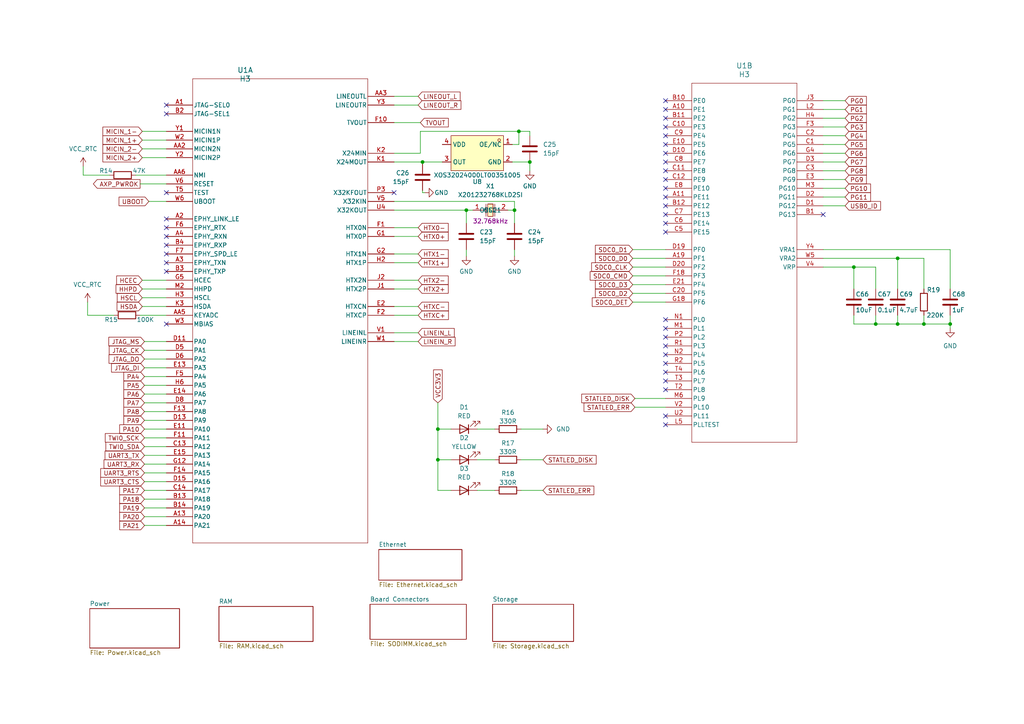
<source format=kicad_sch>
(kicad_sch (version 20250114) (generator "eeschema") (generator_version "9.0")
  (paper "A4")
  (lib_symbols
    (symbol "2024-11-20_05-40-34:H3" (pin_names (offset 0.254))
      (property "Reference" "U1" (at 22.86 10.16 0))
      (property "Value" "H3" (at 22.86 7.62 0))
      (symbol "H3_1_1"
        (pin input line (at 0 0 0) (length 7.62) (name "JTAG-SEL0") (number "A1"))
        (pin input line (at 0 -2.54 0) (length 7.62) (name "JTAG-SEL1") (number "B2"))
        (pin unspecified line (at 0 -7.62 0) (length 7.62) (name "MICIN1N") (number "Y1"))
        (pin unspecified line (at 0 -10.16 0) (length 7.62) (name "MICIN1P") (number "W2"))
        (pin unspecified line (at 0 -12.7 0) (length 7.62) (name "MICIN2N") (number "AA2"))
        (pin unspecified line (at 0 -15.24 0) (length 7.62) (name "MICIN2P") (number "Y2"))
        (pin input line (at 0 -20.32 0) (length 7.62) (name "NMI") (number "AA6"))
        (pin input line (at 0 -22.86 0) (length 7.62) (name "RESET") (number "V6"))
        (pin input line (at 0 -25.4 0) (length 7.62) (name "TEST") (number "T5"))
        (pin input line (at 0 -27.94 0) (length 7.62) (name "UBOOT") (number "W6"))
        (pin unspecified line (at 0 -33.02 0) (length 7.62) (name "EPHY_LINK_LE") (number "A2"))
        (pin unspecified line (at 0 -35.56 0) (length 7.62) (name "EPHY_RTX") (number "F6"))
        (pin unspecified line (at 0 -38.1 0) (length 7.62) (name "EPHY_RXN") (number "A4"))
        (pin unspecified line (at 0 -40.64 0) (length 7.62) (name "EPHY_RXP") (number "B4"))
        (pin unspecified line (at 0 -43.18 0) (length 7.62) (name "EPHY_SPD_LE") (number "F7"))
        (pin unspecified line (at 0 -45.72 0) (length 7.62) (name "EPHY_TXN") (number "A3"))
        (pin unspecified line (at 0 -48.26 0) (length 7.62) (name "EPHY_TXP") (number "B3"))
        (pin unspecified line (at 0 -50.8 0) (length 7.62) (name "HCEC") (number "G5"))
        (pin unspecified line (at 0 -53.34 0) (length 7.62) (name "HHPD") (number "M2"))
        (pin unspecified line (at 0 -55.88 0) (length 7.62) (name "HSCL") (number "H3"))
        (pin unspecified line (at 0 -58.42 0) (length 7.62) (name "HSDA") (number "K3"))
        (pin unspecified line (at 0 -60.96 0) (length 7.62) (name "KEYADC") (number "AA5"))
        (pin unspecified line (at 0 -63.5 0) (length 7.62) (name "MBIAS") (number "W3"))
        (pin bidirectional line (at 0 -68.58 0) (length 7.62) (name "PA0") (number "D11"))
        (pin bidirectional line (at 0 -71.12 0) (length 7.62) (name "PA1") (number "D5"))
        (pin bidirectional line (at 0 -73.66 0) (length 7.62) (name "PA2") (number "D6"))
        (pin bidirectional line (at 0 -76.2 0) (length 7.62) (name "PA3") (number "E13"))
        (pin bidirectional line (at 0 -78.74 0) (length 7.62) (name "PA4") (number "F5"))
        (pin bidirectional line (at 0 -81.28 0) (length 7.62) (name "PA5") (number "H6"))
        (pin bidirectional line (at 0 -83.82 0) (length 7.62) (name "PA6") (number "E14"))
        (pin bidirectional line (at 0 -86.36 0) (length 7.62) (name "PA7") (number "D8"))
        (pin bidirectional line (at 0 -88.9 0) (length 7.62) (name "PA8") (number "F13"))
        (pin bidirectional line (at 0 -91.44 0) (length 7.62) (name "PA9") (number "D13"))
        (pin bidirectional line (at 0 -93.98 0) (length 7.62) (name "PA10") (number "E11"))
        (pin bidirectional line (at 0 -96.52 0) (length 7.62) (name "PA11") (number "F11"))
        (pin bidirectional line (at 0 -99.06 0) (length 7.62) (name "PA12") (number "C13"))
        (pin bidirectional line (at 0 -101.6 0) (length 7.62) (name "PA13") (number "E15"))
        (pin bidirectional line (at 0 -104.14 0) (length 7.62) (name "PA14") (number "G12"))
        (pin bidirectional line (at 0 -106.68 0) (length 7.62) (name "PA15") (number "F14"))
        (pin bidirectional line (at 0 -109.22 0) (length 7.62) (name "PA16") (number "D15"))
        (pin bidirectional line (at 0 -111.76 0) (length 7.62) (name "PA17") (number "C14"))
        (pin bidirectional line (at 0 -114.3 0) (length 7.62) (name "PA18") (number "B13"))
        (pin bidirectional line (at 0 -116.84 0) (length 7.62) (name "PA19") (number "B14"))
        (pin bidirectional line (at 0 -119.38 0) (length 7.62) (name "PA20") (number "A13"))
        (pin bidirectional line (at 0 -121.92 0) (length 7.62) (name "PA21") (number "A14"))
        (pin unspecified line (at 66.04 2.54 180) (length 7.62) (name "LINEOUTL") (number "AA3"))
        (pin unspecified line (at 66.04 0 180) (length 7.62) (name "LINEOUTR") (number "Y3"))
        (pin output line (at 66.04 -5.08 180) (length 7.62) (name "TVOUT") (number "F10"))
        (pin unspecified line (at 66.04 -13.97 180) (length 7.62) (name "X24MIN") (number "K2"))
        (pin unspecified line (at 66.04 -16.51 180) (length 7.62) (name "X24MOUT") (number "K1"))
        (pin unspecified line (at 66.04 -25.4 180) (length 7.62) (name "X32KFOUT") (number "P3"))
        (pin unspecified line (at 66.04 -27.94 180) (length 7.62) (name "X32KIN") (number "V5"))
        (pin unspecified line (at 66.04 -30.48 180) (length 7.62) (name "X32KOUT") (number "U4"))
        (pin unspecified line (at 66.04 -35.56 180) (length 7.62) (name "HTX0N") (number "F1"))
        (pin unspecified line (at 66.04 -38.1 180) (length 7.62) (name "HTX0P") (number "G1"))
        (pin unspecified line (at 66.04 -43.18 180) (length 7.62) (name "HTX1N") (number "G2"))
        (pin unspecified line (at 66.04 -45.72 180) (length 7.62) (name "HTX1P") (number "H2"))
        (pin unspecified line (at 66.04 -50.8 180) (length 7.62) (name "HTX2N") (number "J2"))
        (pin unspecified line (at 66.04 -53.34 180) (length 7.62) (name "HTX2P") (number "J1"))
        (pin unspecified line (at 66.04 -58.42 180) (length 7.62) (name "HTXCN") (number "E2"))
        (pin unspecified line (at 66.04 -60.96 180) (length 7.62) (name "HTXCP") (number "F2"))
        (pin unspecified line (at 66.04 -66.04 180) (length 7.62) (name "LINEINL") (number "V1"))
        (pin unspecified line (at 66.04 -68.58 180) (length 7.62) (name "LINEINR") (number "W1"))
      )
      (symbol "H3_2_1"
        (pin bidirectional line (at 0 0 0) (length 7.62) (name "PE0") (number "B10"))
        (pin bidirectional line (at 0 -2.54 0) (length 7.62) (name "PE1") (number "A10"))
        (pin bidirectional line (at 0 -5.08 0) (length 7.62) (name "PE2") (number "B11"))
        (pin bidirectional line (at 0 -7.62 0) (length 7.62) (name "PE3") (number "C10"))
        (pin bidirectional line (at 0 -10.16 0) (length 7.62) (name "PE4") (number "C9"))
        (pin bidirectional line (at 0 -12.7 0) (length 7.62) (name "PE5") (number "E10"))
        (pin bidirectional line (at 0 -15.24 0) (length 7.62) (name "PE6") (number "D10"))
        (pin bidirectional line (at 0 -17.78 0) (length 7.62) (name "PE7") (number "C8"))
        (pin bidirectional line (at 0 -20.32 0) (length 7.62) (name "PE8") (number "C11"))
        (pin bidirectional line (at 0 -22.86 0) (length 7.62) (name "PE9") (number "C12"))
        (pin bidirectional line (at 0 -25.4 0) (length 7.62) (name "PE10") (number "E8"))
        (pin bidirectional line (at 0 -27.94 0) (length 7.62) (name "PE11") (number "A11"))
        (pin bidirectional line (at 0 -30.48 0) (length 7.62) (name "PE12") (number "B12"))
        (pin bidirectional line (at 0 -33.02 0) (length 7.62) (name "PE13") (number "C7"))
        (pin bidirectional line (at 0 -35.56 0) (length 7.62) (name "PE14") (number "C6"))
        (pin bidirectional line (at 0 -38.1 0) (length 7.62) (name "PE15") (number "C5"))
        (pin bidirectional line (at 0 -43.18 0) (length 7.62) (name "PF0") (number "D19"))
        (pin bidirectional line (at 0 -45.72 0) (length 7.62) (name "PF1") (number "A19"))
        (pin bidirectional line (at 0 -48.26 0) (length 7.62) (name "PF2") (number "D20"))
        (pin bidirectional line (at 0 -50.8 0) (length 7.62) (name "PF3") (number "F18"))
        (pin bidirectional line (at 0 -53.34 0) (length 7.62) (name "PF4") (number "E21"))
        (pin bidirectional line (at 0 -55.88 0) (length 7.62) (name "PF5") (number "C20"))
        (pin bidirectional line (at 0 -58.42 0) (length 7.62) (name "PF6") (number "G18"))
        (pin bidirectional line (at 0 -63.5 0) (length 7.62) (name "PL0") (number "N1"))
        (pin bidirectional line (at 0 -66.04 0) (length 7.62) (name "PL1") (number "M1"))
        (pin bidirectional line (at 0 -68.58 0) (length 7.62) (name "PL2") (number "P2"))
        (pin bidirectional line (at 0 -71.12 0) (length 7.62) (name "PL3") (number "R1"))
        (pin bidirectional line (at 0 -73.66 0) (length 7.62) (name "PL4") (number "N2"))
        (pin bidirectional line (at 0 -76.2 0) (length 7.62) (name "PL5") (number "R2"))
        (pin bidirectional line (at 0 -78.74 0) (length 7.62) (name "PL6") (number "T4"))
        (pin bidirectional line (at 0 -81.28 0) (length 7.62) (name "PL7") (number "T3"))
        (pin bidirectional line (at 0 -83.82 0) (length 7.62) (name "PL8") (number "T2"))
        (pin bidirectional line (at 0 -86.36 0) (length 7.62) (name "PL9") (number "M6"))
        (pin bidirectional line (at 0 -88.9 0) (length 7.62) (name "PL10") (number "V2"))
        (pin bidirectional line (at 0 -91.44 0) (length 7.62) (name "PL11") (number "U2"))
        (pin unspecified line (at 0 -93.98 0) (length 7.62) (name "PLLTEST") (number "L5"))
        (pin bidirectional line (at 45.72 0 180) (length 7.62) (name "PG0") (number "J3"))
        (pin bidirectional line (at 45.72 -2.54 180) (length 7.62) (name "PG1") (number "L2"))
        (pin bidirectional line (at 45.72 -5.08 180) (length 7.62) (name "PG2") (number "H4"))
        (pin bidirectional line (at 45.72 -7.62 180) (length 7.62) (name "PG3") (number "F3"))
        (pin bidirectional line (at 45.72 -10.16 180) (length 7.62) (name "PG4") (number "C2"))
        (pin bidirectional line (at 45.72 -12.7 180) (length 7.62) (name "PG5") (number "C1"))
        (pin bidirectional line (at 45.72 -15.24 180) (length 7.62) (name "PG6") (number "G4"))
        (pin bidirectional line (at 45.72 -17.78 180) (length 7.62) (name "PG7") (number "D3"))
        (pin bidirectional line (at 45.72 -20.32 180) (length 7.62) (name "PG8") (number "C3"))
        (pin bidirectional line (at 45.72 -22.86 180) (length 7.62) (name "PG9") (number "E3"))
        (pin bidirectional line (at 45.72 -25.4 180) (length 7.62) (name "PG10") (number "M3"))
        (pin bidirectional line (at 45.72 -27.94 180) (length 7.62) (name "PG11") (number "D2"))
        (pin bidirectional line (at 45.72 -30.48 180) (length 7.62) (name "PG12") (number "D1"))
        (pin bidirectional line (at 45.72 -33.02 180) (length 7.62) (name "PG13") (number "B1"))
        (pin unspecified line (at 45.72 -43.18 180) (length 7.62) (name "VRA1") (number "Y4"))
        (pin unspecified line (at 45.72 -45.72 180) (length 7.62) (name "VRA2") (number "W5"))
        (pin unspecified line (at 45.72 -48.26 180) (length 7.62) (name "VRP") (number "V4"))
      )
      (symbol "H3_3_1"
        (text "DRAM" (at 25.4 1.27 0) (effects (font (size 2 2) (bold yes))))
        (pin unspecified line (at 0 0 0) (length 7.62) (name "SZQ") (number "V10"))
        (pin bidirectional line (at 0 -6.35 0) (length 7.62) (name "SBA0") (number "W17"))
        (pin bidirectional line (at 0 -8.89 0) (length 7.62) (name "SBA1") (number "T18"))
        (pin bidirectional line (at 0 -11.43 0) (length 7.62) (name "SBA2") (number "V17"))
        (pin bidirectional line (at 0 -16.51 0) (length 7.62) (name "SCAS") (number "U15"))
        (pin output line (at 0 -19.05 0) (length 7.62) (name "SRAS") (number "V13"))
        (pin output line (at 0 -21.59 0) (length 7.62) (name "SWE") (number "W13"))
        (pin output line (at 0 -24.13 0) (length 7.62) (name "SRST") (number "U16"))
        (pin bidirectional line (at 0 -29.21 0) (length 7.62) (name "SCKE0") (number "AA21"))
        (pin bidirectional line (at 0 -31.75 0) (length 7.62) (name "SCKE1") (number "Y21"))
        (pin bidirectional line (at 0 -36.83 0) (length 7.62) (name "SCS0") (number "W20"))
        (pin bidirectional line (at 0 -39.37 0) (length 7.62) (name "SCS1") (number "W21"))
        (pin bidirectional line (at 0 -44.45 0) (length 7.62) (name "SCK") (number "AA19"))
        (pin bidirectional line (at 0 -46.99 0) (length 7.62) (name "SCKB") (number "AA20"))
        (pin output line (at 0 -52.07 0) (length 7.62) (name "SODT0") (number "W11"))
        (pin output line (at 0 -54.61 0) (length 7.62) (name "SODT1") (number "V11"))
        (pin power_in line (at 0 -59.69 0) (length 7.62) (name "SVREF") (number "T16"))
        (pin bidirectional line (at 0 -71.12 0) (length 7.62) (name "SA0") (number "T17"))
        (pin bidirectional line (at 0 -73.66 0) (length 7.62) (name "SA1") (number "U18"))
        (pin bidirectional line (at 0 -76.2 0) (length 7.62) (name "SA2") (number "V19"))
        (pin bidirectional line (at 0 -78.74 0) (length 7.62) (name "SA3") (number "V20"))
        (pin bidirectional line (at 0 -81.28 0) (length 7.62) (name "SA4") (number "V21"))
        (pin bidirectional line (at 0 -83.82 0) (length 7.62) (name "SA5") (number "Y19"))
        (pin bidirectional line (at 0 -86.36 0) (length 7.62) (name "SA6") (number "Y20"))
        (pin bidirectional line (at 0 -88.9 0) (length 7.62) (name "SA7") (number "V15"))
        (pin bidirectional line (at 0 -91.44 0) (length 7.62) (name "SA8") (number "W18"))
        (pin bidirectional line (at 0 -93.98 0) (length 7.62) (name "SA9") (number "Y18"))
        (pin bidirectional line (at 0 -96.52 0) (length 7.62) (name "SA10") (number "P19"))
        (pin bidirectional line (at 0 -99.06 0) (length 7.62) (name "SA11") (number "N19"))
        (pin bidirectional line (at 0 -101.6 0) (length 7.62) (name "SA12") (number "R18"))
        (pin bidirectional line (at 0 -104.14 0) (length 7.62) (name "SA13") (number "V12"))
        (pin bidirectional line (at 0 -106.68 0) (length 7.62) (name "SA14") (number "N17"))
        (pin bidirectional line (at 0 -109.22 0) (length 7.62) (name "SA15") (number "R17"))
        (pin bidirectional line (at 50.8 0 180) (length 7.62) (name "SDQ0") (number "N20"))
        (pin bidirectional line (at 50.8 -2.54 180) (length 7.62) (name "SDQ1") (number "P21"))
        (pin bidirectional line (at 50.8 -5.08 180) (length 7.62) (name "SDQ2") (number "P20"))
        (pin bidirectional line (at 50.8 -7.62 180) (length 7.62) (name "SDQ3") (number "U21"))
        (pin bidirectional line (at 50.8 -10.16 180) (length 7.62) (name "SDQ4") (number "R19"))
        (pin bidirectional line (at 50.8 -12.7 180) (length 7.62) (name "SDQ5") (number "T20"))
        (pin bidirectional line (at 50.8 -15.24 180) (length 7.62) (name "SDQ6") (number "U19"))
        (pin bidirectional line (at 50.8 -17.78 180) (length 7.62) (name "SDQ7") (number "U20"))
        (pin bidirectional line (at 50.8 -20.32 180) (length 7.62) (name "SDQ8") (number "J19"))
        (pin bidirectional line (at 50.8 -22.86 180) (length 7.62) (name "SDQ9") (number "H20"))
        (pin bidirectional line (at 50.8 -25.4 180) (length 7.62) (name "SDQ10") (number "H21"))
        (pin bidirectional line (at 50.8 -27.94 180) (length 7.62) (name "SDQ11") (number "J21"))
        (pin bidirectional line (at 50.8 -30.48 180) (length 7.62) (name "SDQ12") (number "L20"))
        (pin bidirectional line (at 50.8 -33.02 180) (length 7.62) (name "SDQ13") (number "L21"))
        (pin bidirectional line (at 50.8 -35.56 180) (length 7.62) (name "SDQ14") (number "M21"))
        (pin bidirectional line (at 50.8 -38.1 180) (length 7.62) (name "SDQ15") (number "M19"))
        (pin bidirectional line (at 50.8 -40.64 180) (length 7.62) (name "SDQ16") (number "Y17"))
        (pin bidirectional line (at 50.8 -43.18 180) (length 7.62) (name "SDQ17") (number "AA17"))
        (pin bidirectional line (at 50.8 -45.72 180) (length 7.62) (name "SDQ18") (number "Y16"))
        (pin bidirectional line (at 50.8 -48.26 180) (length 7.62) (name "SDQ19") (number "W15"))
        (pin bidirectional line (at 50.8 -50.8 180) (length 7.62) (name "SDQ20") (number "Y14"))
        (pin bidirectional line (at 50.8 -53.34 180) (length 7.62) (name "SDQ21") (number "AA14"))
        (pin bidirectional line (at 50.8 -55.88 180) (length 7.62) (name "SDQ22") (number "Y13"))
        (pin bidirectional line (at 50.8 -58.42 180) (length 7.62) (name "SDQ23") (number "Y12"))
        (pin bidirectional line (at 50.8 -60.96 180) (length 7.62) (name "SDQ24") (number "W12"))
        (pin bidirectional line (at 50.8 -63.5 180) (length 7.62) (name "SDQ25") (number "AA11"))
        (pin bidirectional line (at 50.8 -66.04 180) (length 7.62) (name "SDQ26") (number "Y11"))
        (pin bidirectional line (at 50.8 -68.58 180) (length 7.62) (name "SDQ27") (number "Y10"))
        (pin bidirectional line (at 50.8 -71.12 180) (length 7.62) (name "SDQ28") (number "W9"))
        (pin bidirectional line (at 50.8 -73.66 180) (length 7.62) (name "SDQ29") (number "AA8"))
        (pin bidirectional line (at 50.8 -76.2 180) (length 7.62) (name "SDQ30") (number "Y8"))
        (pin bidirectional line (at 50.8 -78.74 180) (length 7.62) (name "SDQ31") (number "Y7"))
        (pin bidirectional line (at 50.8 -81.28 180) (length 7.62) (name "SDQM0") (number "M20"))
        (pin bidirectional line (at 50.8 -83.82 180) (length 7.62) (name "SDQM1") (number "G20"))
        (pin bidirectional line (at 50.8 -86.36 180) (length 7.62) (name "SDQM2") (number "AA18"))
        (pin bidirectional line (at 50.8 -88.9 180) (length 7.62) (name "SDQM3") (number "AA12"))
        (pin bidirectional line (at 50.8 -91.44 180) (length 7.62) (name "SDQS0") (number "R20"))
        (pin bidirectional line (at 50.8 -93.98 180) (length 7.62) (name "SDQS0B") (number "R21"))
        (pin bidirectional line (at 50.8 -96.52 180) (length 7.62) (name "SDQS1") (number "K20"))
        (pin bidirectional line (at 50.8 -99.06 180) (length 7.62) (name "SDQS1B") (number "J20"))
        (pin bidirectional line (at 50.8 -101.6 180) (length 7.62) (name "SDQS2") (number "AA15"))
        (pin bidirectional line (at 50.8 -104.14 180) (length 7.62) (name "SDQS2B") (number "Y15"))
        (pin bidirectional line (at 50.8 -106.68 180) (length 7.62) (name "SDQS3") (number "AA9"))
        (pin bidirectional line (at 50.8 -109.22 180) (length 7.62) (name "SDQS3B") (number "Y9"))
      )
      (symbol "H3_4_1"
        (pin no_connect line (at 0 0 0) (length 7.62) (name "NC") (number "K4"))
        (pin power_in line (at 0 -2.54 0) (length 7.62) (name "AVCC") (number "V3"))
        (pin power_in line (at 0 -7.62 0) (length 7.62) (name "EPHY_VCC") (number "G7"))
        (pin power_in line (at 0 -10.16 0) (length 7.62) (name "EPHY_VDD") (number "F8"))
        (pin power_in line (at 0 -15.24 0) (length 7.62) (name "HVCC") (number "J6"))
        (pin power_in line (at 0 -20.32 0) (length 7.62) (name "RTC_VIO") (number "M4"))
        (pin power_in line (at 0 -30.48 0) (length 7.62) (name "V33_TV") (number "G9"))
        (pin power_in line (at 0 -35.56 0) (length 7.62) (name "VCC_IO") (number "G13"))
        (pin power_in line (at 0 -38.1 0) (length 7.62) (name "VCC_IO") (number "G14"))
        (pin power_in line (at 0 -40.64 0) (length 7.62) (name "VCC_IO") (number "G15"))
        (pin power_in line (at 0 -43.18 0) (length 7.62) (name "VCC_IO") (number "H13"))
        (pin power_in line (at 0 -45.72 0) (length 7.62) (name "VCC_IO") (number "H14"))
        (pin power_in line (at 0 -48.26 0) (length 7.62) (name "VCC_IO") (number "J14"))
        (pin power_in line (at 0 -50.8 0) (length 7.62) (name "VCC_PD") (number "J15"))
        (pin power_in line (at 0 -53.34 0) (length 7.62) (name "VCC_PG") (number "H7"))
        (pin power_in line (at 0 -55.88 0) (length 7.62) (name "VCC_PLL") (number "N3"))
        (pin power_in line (at 0 -58.42 0) (length 7.62) (name "VCC_RTC") (number "K6"))
        (pin power_in line (at 0 -60.96 0) (length 7.62) (name "VCC_USB") (number "G11"))
        (pin power_in line (at 0 -66.04 0) (length 7.62) (name "VCC-DRAM") (number "L16"))
        (pin power_in line (at 0 -68.58 0) (length 7.62) (name "VCC-DRAM") (number "M16"))
        (pin power_in line (at 0 -71.12 0) (length 7.62) (name "VCC-DRAM") (number "N16"))
        (pin power_in line (at 0 -73.66 0) (length 7.62) (name "VCC-DRAM") (number "P16"))
        (pin power_in line (at 0 -76.2 0) (length 7.62) (name "VCC-DRAM") (number "P17"))
        (pin power_in line (at 0 -78.74 0) (length 7.62) (name "VCC-DRAM") (number "R16"))
        (pin power_in line (at 0 -81.28 0) (length 7.62) (name "VCC-DRAM") (number "T12"))
        (pin power_in line (at 0 -83.82 0) (length 7.62) (name "VCC-DRAM") (number "T13"))
        (pin power_in line (at 0 -86.36 0) (length 7.62) (name "VCC-DRAM") (number "T14"))
        (pin power_in line (at 0 -88.9 0) (length 7.62) (name "VCC-DRAM") (number "T15"))
        (pin power_in line (at 0 -91.44 0) (length 7.62) (name "VCC-DRAM") (number "U11"))
      )
      (symbol "H3_5_1"
        (pin power_in line (at 0 0 0) (length 7.62) (name "VDD_CPUS") (number "J7"))
        (pin power_in line (at 0 -2.54 0) (length 7.62) (name "VDD_CPUS") (number "J8"))
        (pin power_in line (at 0 -5.08 0) (length 7.62) (name "VDD_CPUX") (number "N8"))
        (pin power_in line (at 0 -7.62 0) (length 7.62) (name "VDD_CPUX") (number "P6"))
        (pin power_in line (at 0 -10.16 0) (length 7.62) (name "VDD_CPUX") (number "P7"))
        (pin power_in line (at 0 -12.7 0) (length 7.62) (name "VDD_CPUX") (number "P8"))
        (pin power_in line (at 0 -15.24 0) (length 7.62) (name "VDD_CPUX") (number "P9"))
        (pin power_in line (at 0 -17.78 0) (length 7.62) (name "VDD_CPUX") (number "R6"))
        (pin power_in line (at 0 -20.32 0) (length 7.62) (name "VDD_CPUX") (number "R7"))
        (pin power_in line (at 0 -22.86 0) (length 7.62) (name "VDD_CPUX") (number "R8"))
        (pin power_in line (at 0 -25.4 0) (length 7.62) (name "VDD_CPUX") (number "T6"))
        (pin power_in line (at 0 -27.94 0) (length 7.62) (name "VDD_CPUX") (number "T7"))
        (pin power_in line (at 0 -30.48 0) (length 7.62) (name "VDD_CPUX") (number "T8"))
        (pin power_in line (at 0 -33.02 0) (length 7.62) (name "VDD_CPUX") (number "U6"))
        (pin power_in line (at 0 -35.56 0) (length 7.62) (name "VDD_CPUX") (number "U9"))
        (pin power_in line (at 0 -38.1 0) (length 7.62) (name "VDD_SYS") (number "H10"))
        (pin power_in line (at 0 -40.64 0) (length 7.62) (name "VDD_SYS") (number "J10"))
        (pin power_in line (at 0 -43.18 0) (length 7.62) (name "VDD_SYS") (number "J11"))
        (pin power_in line (at 0 -45.72 0) (length 7.62) (name "VDD_SYS") (number "J12"))
        (pin power_in line (at 0 -48.26 0) (length 7.62) (name "VDD_SYS") (number "K10"))
        (pin power_in line (at 0 -50.8 0) (length 7.62) (name "VDD_SYS") (number "K11"))
        (pin power_in line (at 0 -53.34 0) (length 7.62) (name "VDD_SYS") (number "K12"))
        (pin power_in line (at 0 -55.88 0) (length 7.62) (name "VDD_SYS") (number "L10"))
        (pin power_in line (at 0 -58.42 0) (length 7.62) (name "VDD_SYS") (number "L11"))
        (pin power_in line (at 0 -60.96 0) (length 7.62) (name "VDD_SYS") (number "L12"))
        (pin power_in line (at 0 -63.5 0) (length 7.62) (name "VDD_SYS") (number "L13"))
        (pin power_in line (at 0 -66.04 0) (length 7.62) (name "VDD_SYS") (number "L14"))
        (pin power_in line (at 0 -68.58 0) (length 7.62) (name "VDD_EF_USEBP") (number "H11"))
        (pin power_in line (at 0 -71.12 0) (length 7.62) (name "VDD_EFUSE") (number "G10"))
        (pin power_out line (at 0 -73.66 0) (length 7.62) (name "AGND") (number "U3"))
        (pin power_out line (at 0 -78.74 0) (length 7.62) (name "GND") (number "G8"))
        (pin power_out line (at 0 -81.28 0) (length 7.62) (name "GND") (number "H8"))
        (pin power_out line (at 0 -83.82 0) (length 7.62) (name "GND") (number "J9"))
        (pin power_out line (at 0 -86.36 0) (length 7.62) (name "GND") (number "K7"))
        (pin power_out line (at 0 -88.9 0) (length 7.62) (name "GND") (number "K8"))
        (pin power_out line (at 0 -91.44 0) (length 7.62) (name "GND") (number "K9"))
        (pin power_out line (at 0 -93.98 0) (length 7.62) (name "GND") (number "L8"))
        (pin power_out line (at 0 -96.52 0) (length 7.62) (name "GND") (number "L9"))
        (pin power_out line (at 0 -99.06 0) (length 7.62) (name "GND") (number "M7"))
        (pin power_out line (at 0 -101.6 0) (length 7.62) (name "GND") (number "M8"))
        (pin power_out line (at 0 -104.14 0) (length 7.62) (name "GND") (number "M9"))
        (pin power_out line (at 0 -106.68 0) (length 7.62) (name "GND") (number "N7"))
        (pin power_out line (at 0 -109.22 0) (length 7.62) (name "GND") (number "N9"))
        (pin power_out line (at 0 -111.76 0) (length 7.62) (name "GND") (number "R9"))
        (pin power_out line (at 0 -114.3 0) (length 7.62) (name "GND") (number "A21"))
        (pin power_out line (at 0 -116.84 0) (length 7.62) (name "GND") (number "AA1"))
        (pin power_out line (at 0 -119.38 0) (length 7.62) (name "GND") (number "H12"))
        (pin power_out line (at 0 -121.92 0) (length 7.62) (name "GND") (number "H15"))
        (pin power_out line (at 0 -124.46 0) (length 7.62) (name "GND") (number "J13"))
        (pin power_out line (at 0 -127 0) (length 7.62) (name "GND") (number "J16"))
      )
      (symbol "H3_6_1"
        (pin power_out line (at 0 0 0) (length 7.62) (name "GND") (number "K13"))
        (pin power_out line (at 0 -2.54 0) (length 7.62) (name "GND") (number "K14"))
        (pin power_out line (at 0 -5.08 0) (length 7.62) (name "GND") (number "K15"))
        (pin power_out line (at 0 -7.62 0) (length 7.62) (name "GND") (number "K16"))
        (pin power_out line (at 0 -10.16 0) (length 7.62) (name "GND") (number "L15"))
        (pin power_out line (at 0 -12.7 0) (length 7.62) (name "GND") (number "M10"))
        (pin power_out line (at 0 -15.24 0) (length 7.62) (name "GND") (number "M11"))
        (pin power_out line (at 0 -17.78 0) (length 7.62) (name "GND") (number "M12"))
        (pin power_out line (at 0 -20.32 0) (length 7.62) (name "GND") (number "M13"))
        (pin power_out line (at 0 -22.86 0) (length 7.62) (name "GND") (number "M14"))
        (pin power_out line (at 0 -25.4 0) (length 7.62) (name "GND") (number "M15"))
        (pin power_out line (at 0 -27.94 0) (length 7.62) (name "GND") (number "N10"))
        (pin power_out line (at 0 -30.48 0) (length 7.62) (name "GND") (number "N11"))
        (pin power_out line (at 0 -33.02 0) (length 7.62) (name "GND") (number "N12"))
        (pin power_out line (at 0 -35.56 0) (length 7.62) (name "GND") (number "N13"))
        (pin power_out line (at 0 -38.1 0) (length 7.62) (name "GND") (number "N14"))
        (pin power_out line (at 0 -40.64 0) (length 7.62) (name "GND") (number "N15"))
        (pin power_out line (at 0 -43.18 0) (length 7.62) (name "GND") (number "P10"))
        (pin power_out line (at 0 -45.72 0) (length 7.62) (name "GND") (number "P11"))
        (pin power_out line (at 0 -48.26 0) (length 7.62) (name "GND") (number "P12"))
        (pin power_out line (at 0 -50.8 0) (length 7.62) (name "GND") (number "P13"))
        (pin power_out line (at 0 -53.34 0) (length 7.62) (name "GND") (number "P14"))
        (pin power_out line (at 0 -55.88 0) (length 7.62) (name "GND") (number "P15"))
        (pin power_out line (at 0 -58.42 0) (length 7.62) (name "GND") (number "R10"))
        (pin power_out line (at 0 -60.96 0) (length 7.62) (name "GND") (number "R11"))
        (pin power_out line (at 0 -63.5 0) (length 7.62) (name "GND") (number "R12"))
        (pin power_out line (at 0 -66.04 0) (length 7.62) (name "GND") (number "R13"))
        (pin power_out line (at 0 -68.58 0) (length 7.62) (name "GND") (number "R14"))
        (pin power_out line (at 0 -71.12 0) (length 7.62) (name "GND") (number "T11"))
        (pin power_out line (at 0 -73.66 0) (length 7.62) (name "GND-CPUFB") (number "T9"))
        (pin power_out line (at 0 -76.2 0) (length 7.62) (name "GND-CPUFB") (number "T10"))
        (pin power_out line (at 0 -81.28 0) (length 7.62) (name "HGND") (number "M5"))
      )
      (symbol "H3_7_1"
        (text "USB" (at 33.02 3.81 0) (effects (font (size 2 2) (bold yes))))
        (pin unspecified line (at 55.88 2.54 180) (length 7.62) (name "USB_DM0") (number "B5"))
        (pin unspecified line (at 55.88 0 180) (length 7.62) (name "USB_DM1") (number "B7"))
        (pin unspecified line (at 55.88 -2.54 180) (length 7.62) (name "USB_DM2") (number "A8"))
        (pin unspecified line (at 55.88 -5.08 180) (length 7.62) (name "USB_DM3") (number "B9"))
        (pin unspecified line (at 55.88 -7.62 180) (length 7.62) (name "USB_DP0") (number "A5"))
        (pin unspecified line (at 55.88 -10.16 180) (length 7.62) (name "USB_DP1") (number "B6"))
        (pin unspecified line (at 55.88 -12.7 180) (length 7.62) (name "USB_DP2") (number "A7"))
        (pin unspecified line (at 55.88 -15.24 180) (length 7.62) (name "USB_DP3") (number "B8"))
      )
      (symbol "H3_8_1"
        (pin bidirectional line (at 52.07 2.54 180) (length 7.62) (name "PC0/NAND_WE") (number "C15"))
        (pin bidirectional line (at 52.07 0 180) (length 7.62) (name "PC1/NAND_ALE") (number "C16"))
        (pin bidirectional line (at 52.07 -2.54 180) (length 7.62) (name "PC2/NAND_CLE") (number "B16"))
        (pin bidirectional line (at 52.07 -5.08 180) (length 7.62) (name "PC3/NAND_CE1") (number "B15"))
        (pin bidirectional line (at 52.07 -7.62 180) (length 7.62) (name "PC4/NAND_CE0") (number "F16"))
        (pin bidirectional line (at 52.07 -10.16 180) (length 7.62) (name "PC5/NAND_RE") (number "A17"))
        (pin bidirectional line (at 52.07 -12.7 180) (length 7.62) (name "PC6/NAND_RB0") (number "E16"))
        (pin bidirectional line (at 52.07 -15.24 180) (length 7.62) (name "PC7/NAND_RB1") (number "A16"))
        (pin bidirectional line (at 52.07 -17.78 180) (length 7.62) (name "PC8/NAND_DQ0") (number "B18"))
        (pin bidirectional line (at 52.07 -20.32 180) (length 7.62) (name "PC9/NAND_DQ1") (number "C17"))
        (pin bidirectional line (at 52.07 -22.86 180) (length 7.62) (name "PC10/NAND_DQ2") (number "D17"))
        (pin bidirectional line (at 52.07 -25.4 180) (length 7.62) (name "PC11/NAND_DQ3") (number "C18"))
        (pin bidirectional line (at 52.07 -27.94 180) (length 7.62) (name "PC12/NAND_DQ4") (number "B17"))
        (pin bidirectional line (at 52.07 -30.48 180) (length 7.62) (name "PC13/NAND_DQ5") (number "B19"))
        (pin bidirectional line (at 52.07 -33.02 180) (length 7.62) (name "PC14/NAND_DQ6") (number "F17"))
        (pin bidirectional line (at 52.07 -35.56 180) (length 7.62) (name "PC15/NAND_DQ7") (number "C19"))
        (pin bidirectional line (at 52.07 -38.1 180) (length 7.62) (name "PC16/NAND_DQS") (number "H16"))
      )
      (symbol "H3_9_1"
        (pin bidirectional line (at 66.04 5.08 180) (length 7.62) (name "PD0") (number "C21"))
        (pin bidirectional line (at 66.04 2.54 180) (length 7.62) (name "PD1") (number "H17"))
        (pin bidirectional line (at 66.04 0 180) (length 7.62) (name "PD2") (number "B20"))
        (pin bidirectional line (at 66.04 -2.54 180) (length 7.62) (name "PD3") (number "H18"))
        (pin bidirectional line (at 66.04 -5.08 180) (length 7.62) (name "PD4") (number "A20"))
        (pin bidirectional line (at 66.04 -7.62 180) (length 7.62) (name "PD5") (number "F19"))
        (pin bidirectional line (at 66.04 -10.16 180) (length 7.62) (name "PD6") (number "B21"))
        (pin bidirectional line (at 66.04 -12.7 180) (length 7.62) (name "PD7") (number "E18"))
        (pin bidirectional line (at 66.04 -15.24 180) (length 7.62) (name "PD8") (number "E20"))
        (pin bidirectional line (at 66.04 -17.78 180) (length 7.62) (name "PD9") (number "F21"))
        (pin bidirectional line (at 66.04 -20.32 180) (length 7.62) (name "PD10") (number "H19"))
        (pin bidirectional line (at 66.04 -22.86 180) (length 7.62) (name "PD11") (number "F20"))
        (pin bidirectional line (at 66.04 -25.4 180) (length 7.62) (name "PD12") (number "E19"))
        (pin bidirectional line (at 66.04 -27.94 180) (length 7.62) (name "PD13") (number "K17"))
        (pin bidirectional line (at 66.04 -30.48 180) (length 7.62) (name "PD14") (number "L17"))
        (pin bidirectional line (at 66.04 -33.02 180) (length 7.62) (name "PD15") (number "K18"))
        (pin bidirectional line (at 66.04 -35.56 180) (length 7.62) (name "PD16") (number "L18"))
        (pin bidirectional line (at 66.04 -38.1 180) (length 7.62) (name "PD17") (number "L19"))
      )
    )
    (symbol "Device:C" (pin_numbers (hide yes)) (pin_names (offset 0.254))
      (property "Reference" "C" (at 0.635 2.54 0))
      (property "Value" "C" (at 0.635 -2.54 0))
      (symbol "C_1_1"
        (pin passive line (at 0 3.81 270) (length 2.794) (name "~") (number "1"))
        (pin passive line (at 0 -3.81 90) (length 2.794) (name "~") (number "2"))
      )
    )
    (symbol "Device:LED" (pin_numbers (hide yes)) (pin_names (offset 1.016) (hide yes))
      (property "Reference" "D" (at 0 2.54 0))
      (property "Value" "LED" (at 0 -2.54 0))
      (symbol "LED_1_1"
        (pin passive line (at -3.81 0 0) (length 2.54) (name "K") (number "1"))
        (pin passive line (at 3.81 0 180) (length 2.54) (name "A") (number "2"))
      )
    )
    (symbol "Device:R" (pin_numbers (hide yes)) (pin_names (offset 0))
      (property "Reference" "R" (at 2.032 0 90))
      (property "Value" "R" (at 0 0 90))
      (symbol "R_1_1"
        (pin passive line (at 0 3.81 270) (length 1.27) (name "~") (number "1"))
        (pin passive line (at 0 -3.81 90) (length 1.27) (name "~") (number "2"))
      )
    )
    (symbol "H3_1" (pin_names (offset 0.254))
      (property "Reference" "U1" (at 22.86 10.16 0))
      (property "Value" "H3" (at 22.86 7.62 0))
      (symbol "H3_1_1_1"
        (pin input line (at 0 0 0) (length 7.62) (name "JTAG-SEL0") (number "A1"))
        (pin input line (at 0 -2.54 0) (length 7.62) (name "JTAG-SEL1") (number "B2"))
        (pin unspecified line (at 0 -7.62 0) (length 7.62) (name "MICIN1N") (number "Y1"))
        (pin unspecified line (at 0 -10.16 0) (length 7.62) (name "MICIN1P") (number "W2"))
        (pin unspecified line (at 0 -12.7 0) (length 7.62) (name "MICIN2N") (number "AA2"))
        (pin unspecified line (at 0 -15.24 0) (length 7.62) (name "MICIN2P") (number "Y2"))
        (pin input line (at 0 -20.32 0) (length 7.62) (name "NMI") (number "AA6"))
        (pin input line (at 0 -22.86 0) (length 7.62) (name "RESET") (number "V6"))
        (pin input line (at 0 -25.4 0) (length 7.62) (name "TEST") (number "T5"))
        (pin input line (at 0 -27.94 0) (length 7.62) (name "UBOOT") (number "W6"))
        (pin unspecified line (at 0 -33.02 0) (length 7.62) (name "EPHY_LINK_LE") (number "A2"))
        (pin unspecified line (at 0 -35.56 0) (length 7.62) (name "EPHY_RTX") (number "F6"))
        (pin unspecified line (at 0 -38.1 0) (length 7.62) (name "EPHY_RXN") (number "A4"))
        (pin unspecified line (at 0 -40.64 0) (length 7.62) (name "EPHY_RXP") (number "B4"))
        (pin unspecified line (at 0 -43.18 0) (length 7.62) (name "EPHY_SPD_LE") (number "F7"))
        (pin unspecified line (at 0 -45.72 0) (length 7.62) (name "EPHY_TXN") (number "A3"))
        (pin unspecified line (at 0 -48.26 0) (length 7.62) (name "EPHY_TXP") (number "B3"))
        (pin unspecified line (at 0 -50.8 0) (length 7.62) (name "HCEC") (number "G5"))
        (pin unspecified line (at 0 -53.34 0) (length 7.62) (name "HHPD") (number "M2"))
        (pin unspecified line (at 0 -55.88 0) (length 7.62) (name "HSCL") (number "H3"))
        (pin unspecified line (at 0 -58.42 0) (length 7.62) (name "HSDA") (number "K3"))
        (pin unspecified line (at 0 -60.96 0) (length 7.62) (name "KEYADC") (number "AA5"))
        (pin unspecified line (at 0 -63.5 0) (length 7.62) (name "MBIAS") (number "W3"))
        (pin bidirectional line (at 0 -68.58 0) (length 7.62) (name "PA0") (number "D11"))
        (pin bidirectional line (at 0 -71.12 0) (length 7.62) (name "PA1") (number "D5"))
        (pin bidirectional line (at 0 -73.66 0) (length 7.62) (name "PA2") (number "D6"))
        (pin bidirectional line (at 0 -76.2 0) (length 7.62) (name "PA3") (number "E13"))
        (pin bidirectional line (at 0 -78.74 0) (length 7.62) (name "PA4") (number "F5"))
        (pin bidirectional line (at 0 -81.28 0) (length 7.62) (name "PA5") (number "H6"))
        (pin bidirectional line (at 0 -83.82 0) (length 7.62) (name "PA6") (number "E14"))
        (pin bidirectional line (at 0 -86.36 0) (length 7.62) (name "PA7") (number "D8"))
        (pin bidirectional line (at 0 -88.9 0) (length 7.62) (name "PA8") (number "F13"))
        (pin bidirectional line (at 0 -91.44 0) (length 7.62) (name "PA9") (number "D13"))
        (pin bidirectional line (at 0 -93.98 0) (length 7.62) (name "PA10") (number "E11"))
        (pin bidirectional line (at 0 -96.52 0) (length 7.62) (name "PA11") (number "F11"))
        (pin bidirectional line (at 0 -99.06 0) (length 7.62) (name "PA12") (number "C13"))
        (pin bidirectional line (at 0 -101.6 0) (length 7.62) (name "PA13") (number "E15"))
        (pin bidirectional line (at 0 -104.14 0) (length 7.62) (name "PA14") (number "G12"))
        (pin bidirectional line (at 0 -106.68 0) (length 7.62) (name "PA15") (number "F14"))
        (pin bidirectional line (at 0 -109.22 0) (length 7.62) (name "PA16") (number "D15"))
        (pin bidirectional line (at 0 -111.76 0) (length 7.62) (name "PA17") (number "C14"))
        (pin bidirectional line (at 0 -114.3 0) (length 7.62) (name "PA18") (number "B13"))
        (pin bidirectional line (at 0 -116.84 0) (length 7.62) (name "PA19") (number "B14"))
        (pin bidirectional line (at 0 -119.38 0) (length 7.62) (name "PA20") (number "A13"))
        (pin bidirectional line (at 0 -121.92 0) (length 7.62) (name "PA21") (number "A14"))
        (pin unspecified line (at 66.04 2.54 180) (length 7.62) (name "LINEOUTL") (number "AA3"))
        (pin unspecified line (at 66.04 0 180) (length 7.62) (name "LINEOUTR") (number "Y3"))
        (pin output line (at 66.04 -5.08 180) (length 7.62) (name "TVOUT") (number "F10"))
        (pin unspecified line (at 66.04 -13.97 180) (length 7.62) (name "X24MIN") (number "K2"))
        (pin unspecified line (at 66.04 -16.51 180) (length 7.62) (name "X24MOUT") (number "K1"))
        (pin unspecified line (at 66.04 -25.4 180) (length 7.62) (name "X32KFOUT") (number "P3"))
        (pin unspecified line (at 66.04 -27.94 180) (length 7.62) (name "X32KIN") (number "V5"))
        (pin unspecified line (at 66.04 -30.48 180) (length 7.62) (name "X32KOUT") (number "U4"))
        (pin unspecified line (at 66.04 -35.56 180) (length 7.62) (name "HTX0N") (number "F1"))
        (pin unspecified line (at 66.04 -38.1 180) (length 7.62) (name "HTX0P") (number "G1"))
        (pin unspecified line (at 66.04 -43.18 180) (length 7.62) (name "HTX1N") (number "G2"))
        (pin unspecified line (at 66.04 -45.72 180) (length 7.62) (name "HTX1P") (number "H2"))
        (pin unspecified line (at 66.04 -50.8 180) (length 7.62) (name "HTX2N") (number "J2"))
        (pin unspecified line (at 66.04 -53.34 180) (length 7.62) (name "HTX2P") (number "J1"))
        (pin unspecified line (at 66.04 -58.42 180) (length 7.62) (name "HTXCN") (number "E2"))
        (pin unspecified line (at 66.04 -60.96 180) (length 7.62) (name "HTXCP") (number "F2"))
        (pin unspecified line (at 66.04 -66.04 180) (length 7.62) (name "LINEINL") (number "V1"))
        (pin unspecified line (at 66.04 -68.58 180) (length 7.62) (name "LINEINR") (number "W1"))
      )
      (symbol "H3_1_2_1"
        (pin bidirectional line (at 0 0 0) (length 7.62) (name "PE0") (number "B10"))
        (pin bidirectional line (at 0 -2.54 0) (length 7.62) (name "PE1") (number "A10"))
        (pin bidirectional line (at 0 -5.08 0) (length 7.62) (name "PE2") (number "B11"))
        (pin bidirectional line (at 0 -7.62 0) (length 7.62) (name "PE3") (number "C10"))
        (pin bidirectional line (at 0 -10.16 0) (length 7.62) (name "PE4") (number "C9"))
        (pin bidirectional line (at 0 -12.7 0) (length 7.62) (name "PE5") (number "E10"))
        (pin bidirectional line (at 0 -15.24 0) (length 7.62) (name "PE6") (number "D10"))
        (pin bidirectional line (at 0 -17.78 0) (length 7.62) (name "PE7") (number "C8"))
        (pin bidirectional line (at 0 -20.32 0) (length 7.62) (name "PE8") (number "C11"))
        (pin bidirectional line (at 0 -22.86 0) (length 7.62) (name "PE9") (number "C12"))
        (pin bidirectional line (at 0 -25.4 0) (length 7.62) (name "PE10") (number "E8"))
        (pin bidirectional line (at 0 -27.94 0) (length 7.62) (name "PE11") (number "A11"))
        (pin bidirectional line (at 0 -30.48 0) (length 7.62) (name "PE12") (number "B12"))
        (pin bidirectional line (at 0 -33.02 0) (length 7.62) (name "PE13") (number "C7"))
        (pin bidirectional line (at 0 -35.56 0) (length 7.62) (name "PE14") (number "C6"))
        (pin bidirectional line (at 0 -38.1 0) (length 7.62) (name "PE15") (number "C5"))
        (pin bidirectional line (at 0 -43.18 0) (length 7.62) (name "PF0") (number "D19"))
        (pin bidirectional line (at 0 -45.72 0) (length 7.62) (name "PF1") (number "A19"))
        (pin bidirectional line (at 0 -48.26 0) (length 7.62) (name "PF2") (number "D20"))
        (pin bidirectional line (at 0 -50.8 0) (length 7.62) (name "PF3") (number "F18"))
        (pin bidirectional line (at 0 -53.34 0) (length 7.62) (name "PF4") (number "E21"))
        (pin bidirectional line (at 0 -55.88 0) (length 7.62) (name "PF5") (number "C20"))
        (pin bidirectional line (at 0 -58.42 0) (length 7.62) (name "PF6") (number "G18"))
        (pin bidirectional line (at 0 -63.5 0) (length 7.62) (name "PL0") (number "N1"))
        (pin bidirectional line (at 0 -66.04 0) (length 7.62) (name "PL1") (number "M1"))
        (pin bidirectional line (at 0 -68.58 0) (length 7.62) (name "PL2") (number "P2"))
        (pin bidirectional line (at 0 -71.12 0) (length 7.62) (name "PL3") (number "R1"))
        (pin bidirectional line (at 0 -73.66 0) (length 7.62) (name "PL4") (number "N2"))
        (pin bidirectional line (at 0 -76.2 0) (length 7.62) (name "PL5") (number "R2"))
        (pin bidirectional line (at 0 -78.74 0) (length 7.62) (name "PL6") (number "T4"))
        (pin bidirectional line (at 0 -81.28 0) (length 7.62) (name "PL7") (number "T3"))
        (pin bidirectional line (at 0 -83.82 0) (length 7.62) (name "PL8") (number "T2"))
        (pin bidirectional line (at 0 -86.36 0) (length 7.62) (name "PL9") (number "M6"))
        (pin bidirectional line (at 0 -88.9 0) (length 7.62) (name "PL10") (number "V2"))
        (pin bidirectional line (at 0 -91.44 0) (length 7.62) (name "PL11") (number "U2"))
        (pin unspecified line (at 0 -93.98 0) (length 7.62) (name "PLLTEST") (number "L5"))
        (pin bidirectional line (at 45.72 0 180) (length 7.62) (name "PG0") (number "J3"))
        (pin bidirectional line (at 45.72 -2.54 180) (length 7.62) (name "PG1") (number "L2"))
        (pin bidirectional line (at 45.72 -5.08 180) (length 7.62) (name "PG2") (number "H4"))
        (pin bidirectional line (at 45.72 -7.62 180) (length 7.62) (name "PG3") (number "F3"))
        (pin bidirectional line (at 45.72 -10.16 180) (length 7.62) (name "PG4") (number "C2"))
        (pin bidirectional line (at 45.72 -12.7 180) (length 7.62) (name "PG5") (number "C1"))
        (pin bidirectional line (at 45.72 -15.24 180) (length 7.62) (name "PG6") (number "G4"))
        (pin bidirectional line (at 45.72 -17.78 180) (length 7.62) (name "PG7") (number "D3"))
        (pin bidirectional line (at 45.72 -20.32 180) (length 7.62) (name "PG8") (number "C3"))
        (pin bidirectional line (at 45.72 -22.86 180) (length 7.62) (name "PG9") (number "E3"))
        (pin bidirectional line (at 45.72 -25.4 180) (length 7.62) (name "PG10") (number "M3"))
        (pin bidirectional line (at 45.72 -27.94 180) (length 7.62) (name "PG11") (number "D2"))
        (pin bidirectional line (at 45.72 -30.48 180) (length 7.62) (name "PG12") (number "D1"))
        (pin bidirectional line (at 45.72 -33.02 180) (length 7.62) (name "PG13") (number "B1"))
        (pin unspecified line (at 45.72 -43.18 180) (length 7.62) (name "VRA1") (number "Y4"))
        (pin unspecified line (at 45.72 -45.72 180) (length 7.62) (name "VRA2") (number "W5"))
        (pin unspecified line (at 45.72 -48.26 180) (length 7.62) (name "VRP") (number "V4"))
      )
      (symbol "H3_1_3_1"
        (text "DRAM" (at 25.4 1.27 0) (effects (font (size 2 2) (bold yes))))
        (pin unspecified line (at 0 0 0) (length 7.62) (name "SZQ") (number "V10"))
        (pin bidirectional line (at 0 -6.35 0) (length 7.62) (name "SBA0") (number "W17"))
        (pin bidirectional line (at 0 -8.89 0) (length 7.62) (name "SBA1") (number "T18"))
        (pin bidirectional line (at 0 -11.43 0) (length 7.62) (name "SBA2") (number "V17"))
        (pin bidirectional line (at 0 -16.51 0) (length 7.62) (name "SCAS") (number "U15"))
        (pin output line (at 0 -19.05 0) (length 7.62) (name "SRAS") (number "V13"))
        (pin output line (at 0 -21.59 0) (length 7.62) (name "SWE") (number "W13"))
        (pin output line (at 0 -24.13 0) (length 7.62) (name "SRST") (number "U16"))
        (pin bidirectional line (at 0 -29.21 0) (length 7.62) (name "SCKE0") (number "AA21"))
        (pin bidirectional line (at 0 -31.75 0) (length 7.62) (name "SCKE1") (number "Y21"))
        (pin bidirectional line (at 0 -36.83 0) (length 7.62) (name "SCS0") (number "W20"))
        (pin bidirectional line (at 0 -39.37 0) (length 7.62) (name "SCS1") (number "W21"))
        (pin bidirectional line (at 0 -44.45 0) (length 7.62) (name "SCK") (number "AA19"))
        (pin bidirectional line (at 0 -46.99 0) (length 7.62) (name "SCKB") (number "AA20"))
        (pin output line (at 0 -52.07 0) (length 7.62) (name "SODT0") (number "W11"))
        (pin output line (at 0 -54.61 0) (length 7.62) (name "SODT1") (number "V11"))
        (pin power_in line (at 0 -59.69 0) (length 7.62) (name "SVREF") (number "T16"))
        (pin bidirectional line (at 0 -71.12 0) (length 7.62) (name "SA0") (number "T17"))
        (pin bidirectional line (at 0 -73.66 0) (length 7.62) (name "SA1") (number "U18"))
        (pin bidirectional line (at 0 -76.2 0) (length 7.62) (name "SA2") (number "V19"))
        (pin bidirectional line (at 0 -78.74 0) (length 7.62) (name "SA3") (number "V20"))
        (pin bidirectional line (at 0 -81.28 0) (length 7.62) (name "SA4") (number "V21"))
        (pin bidirectional line (at 0 -83.82 0) (length 7.62) (name "SA5") (number "Y19"))
        (pin bidirectional line (at 0 -86.36 0) (length 7.62) (name "SA6") (number "Y20"))
        (pin bidirectional line (at 0 -88.9 0) (length 7.62) (name "SA7") (number "V15"))
        (pin bidirectional line (at 0 -91.44 0) (length 7.62) (name "SA8") (number "W18"))
        (pin bidirectional line (at 0 -93.98 0) (length 7.62) (name "SA9") (number "Y18"))
        (pin bidirectional line (at 0 -96.52 0) (length 7.62) (name "SA10") (number "P19"))
        (pin bidirectional line (at 0 -99.06 0) (length 7.62) (name "SA11") (number "N19"))
        (pin bidirectional line (at 0 -101.6 0) (length 7.62) (name "SA12") (number "R18"))
        (pin bidirectional line (at 0 -104.14 0) (length 7.62) (name "SA13") (number "V12"))
        (pin bidirectional line (at 0 -106.68 0) (length 7.62) (name "SA14") (number "N17"))
        (pin bidirectional line (at 0 -109.22 0) (length 7.62) (name "SA15") (number "R17"))
        (pin bidirectional line (at 50.8 0 180) (length 7.62) (name "SDQ0") (number "N20"))
        (pin bidirectional line (at 50.8 -2.54 180) (length 7.62) (name "SDQ1") (number "P21"))
        (pin bidirectional line (at 50.8 -5.08 180) (length 7.62) (name "SDQ2") (number "P20"))
        (pin bidirectional line (at 50.8 -7.62 180) (length 7.62) (name "SDQ3") (number "U21"))
        (pin bidirectional line (at 50.8 -10.16 180) (length 7.62) (name "SDQ4") (number "R19"))
        (pin bidirectional line (at 50.8 -12.7 180) (length 7.62) (name "SDQ5") (number "T20"))
        (pin bidirectional line (at 50.8 -15.24 180) (length 7.62) (name "SDQ6") (number "U19"))
        (pin bidirectional line (at 50.8 -17.78 180) (length 7.62) (name "SDQ7") (number "U20"))
        (pin bidirectional line (at 50.8 -20.32 180) (length 7.62) (name "SDQ8") (number "J19"))
        (pin bidirectional line (at 50.8 -22.86 180) (length 7.62) (name "SDQ9") (number "H20"))
        (pin bidirectional line (at 50.8 -25.4 180) (length 7.62) (name "SDQ10") (number "H21"))
        (pin bidirectional line (at 50.8 -27.94 180) (length 7.62) (name "SDQ11") (number "J21"))
        (pin bidirectional line (at 50.8 -30.48 180) (length 7.62) (name "SDQ12") (number "L20"))
        (pin bidirectional line (at 50.8 -33.02 180) (length 7.62) (name "SDQ13") (number "L21"))
        (pin bidirectional line (at 50.8 -35.56 180) (length 7.62) (name "SDQ14") (number "M21"))
        (pin bidirectional line (at 50.8 -38.1 180) (length 7.62) (name "SDQ15") (number "M19"))
        (pin bidirectional line (at 50.8 -40.64 180) (length 7.62) (name "SDQ16") (number "Y17"))
        (pin bidirectional line (at 50.8 -43.18 180) (length 7.62) (name "SDQ17") (number "AA17"))
        (pin bidirectional line (at 50.8 -45.72 180) (length 7.62) (name "SDQ18") (number "Y16"))
        (pin bidirectional line (at 50.8 -48.26 180) (length 7.62) (name "SDQ19") (number "W15"))
        (pin bidirectional line (at 50.8 -50.8 180) (length 7.62) (name "SDQ20") (number "Y14"))
        (pin bidirectional line (at 50.8 -53.34 180) (length 7.62) (name "SDQ21") (number "AA14"))
        (pin bidirectional line (at 50.8 -55.88 180) (length 7.62) (name "SDQ22") (number "Y13"))
        (pin bidirectional line (at 50.8 -58.42 180) (length 7.62) (name "SDQ23") (number "Y12"))
        (pin bidirectional line (at 50.8 -60.96 180) (length 7.62) (name "SDQ24") (number "W12"))
        (pin bidirectional line (at 50.8 -63.5 180) (length 7.62) (name "SDQ25") (number "AA11"))
        (pin bidirectional line (at 50.8 -66.04 180) (length 7.62) (name "SDQ26") (number "Y11"))
        (pin bidirectional line (at 50.8 -68.58 180) (length 7.62) (name "SDQ27") (number "Y10"))
        (pin bidirectional line (at 50.8 -71.12 180) (length 7.62) (name "SDQ28") (number "W9"))
        (pin bidirectional line (at 50.8 -73.66 180) (length 7.62) (name "SDQ29") (number "AA8"))
        (pin bidirectional line (at 50.8 -76.2 180) (length 7.62) (name "SDQ30") (number "Y8"))
        (pin bidirectional line (at 50.8 -78.74 180) (length 7.62) (name "SDQ31") (number "Y7"))
        (pin bidirectional line (at 50.8 -81.28 180) (length 7.62) (name "SDQM0") (number "M20"))
        (pin bidirectional line (at 50.8 -83.82 180) (length 7.62) (name "SDQM1") (number "G20"))
        (pin bidirectional line (at 50.8 -86.36 180) (length 7.62) (name "SDQM2") (number "AA18"))
        (pin bidirectional line (at 50.8 -88.9 180) (length 7.62) (name "SDQM3") (number "AA12"))
        (pin bidirectional line (at 50.8 -91.44 180) (length 7.62) (name "SDQS0") (number "R20"))
        (pin bidirectional line (at 50.8 -93.98 180) (length 7.62) (name "SDQS0B") (number "R21"))
        (pin bidirectional line (at 50.8 -96.52 180) (length 7.62) (name "SDQS1") (number "K20"))
        (pin bidirectional line (at 50.8 -99.06 180) (length 7.62) (name "SDQS1B") (number "J20"))
        (pin bidirectional line (at 50.8 -101.6 180) (length 7.62) (name "SDQS2") (number "AA15"))
        (pin bidirectional line (at 50.8 -104.14 180) (length 7.62) (name "SDQS2B") (number "Y15"))
        (pin bidirectional line (at 50.8 -106.68 180) (length 7.62) (name "SDQS3") (number "AA9"))
        (pin bidirectional line (at 50.8 -109.22 180) (length 7.62) (name "SDQS3B") (number "Y9"))
      )
      (symbol "H3_1_4_1"
        (pin no_connect line (at 0 0 0) (length 7.62) (name "NC") (number "K4"))
        (pin power_in line (at 0 -2.54 0) (length 7.62) (name "AVCC") (number "V3"))
        (pin power_in line (at 0 -7.62 0) (length 7.62) (name "EPHY_VCC") (number "G7"))
        (pin power_in line (at 0 -10.16 0) (length 7.62) (name "EPHY_VDD") (number "F8"))
        (pin power_in line (at 0 -15.24 0) (length 7.62) (name "HVCC") (number "J6"))
        (pin power_in line (at 0 -20.32 0) (length 7.62) (name "RTC_VIO") (number "M4"))
        (pin power_in line (at 0 -30.48 0) (length 7.62) (name "V33_TV") (number "G9"))
        (pin power_in line (at 0 -35.56 0) (length 7.62) (name "VCC_IO") (number "G13"))
        (pin power_in line (at 0 -38.1 0) (length 7.62) (name "VCC_IO") (number "G14"))
        (pin power_in line (at 0 -40.64 0) (length 7.62) (name "VCC_IO") (number "G15"))
        (pin power_in line (at 0 -43.18 0) (length 7.62) (name "VCC_IO") (number "H13"))
        (pin power_in line (at 0 -45.72 0) (length 7.62) (name "VCC_IO") (number "H14"))
        (pin power_in line (at 0 -48.26 0) (length 7.62) (name "VCC_IO") (number "J14"))
        (pin power_in line (at 0 -50.8 0) (length 7.62) (name "VCC_PD") (number "J15"))
        (pin power_in line (at 0 -53.34 0) (length 7.62) (name "VCC_PG") (number "H7"))
        (pin power_in line (at 0 -55.88 0) (length 7.62) (name "VCC_PLL") (number "N3"))
        (pin power_in line (at 0 -58.42 0) (length 7.62) (name "VCC_RTC") (number "K6"))
        (pin power_in line (at 0 -60.96 0) (length 7.62) (name "VCC_USB") (number "G11"))
        (pin power_in line (at 0 -66.04 0) (length 7.62) (name "VCC-DRAM") (number "L16"))
        (pin power_in line (at 0 -68.58 0) (length 7.62) (name "VCC-DRAM") (number "M16"))
        (pin power_in line (at 0 -71.12 0) (length 7.62) (name "VCC-DRAM") (number "N16"))
        (pin power_in line (at 0 -73.66 0) (length 7.62) (name "VCC-DRAM") (number "P16"))
        (pin power_in line (at 0 -76.2 0) (length 7.62) (name "VCC-DRAM") (number "P17"))
        (pin power_in line (at 0 -78.74 0) (length 7.62) (name "VCC-DRAM") (number "R16"))
        (pin power_in line (at 0 -81.28 0) (length 7.62) (name "VCC-DRAM") (number "T12"))
        (pin power_in line (at 0 -83.82 0) (length 7.62) (name "VCC-DRAM") (number "T13"))
        (pin power_in line (at 0 -86.36 0) (length 7.62) (name "VCC-DRAM") (number "T14"))
        (pin power_in line (at 0 -88.9 0) (length 7.62) (name "VCC-DRAM") (number "T15"))
        (pin power_in line (at 0 -91.44 0) (length 7.62) (name "VCC-DRAM") (number "U11"))
      )
      (symbol "H3_1_5_1"
        (pin power_in line (at 0 0 0) (length 7.62) (name "VDD_CPUS") (number "J7"))
        (pin power_in line (at 0 -2.54 0) (length 7.62) (name "VDD_CPUS") (number "J8"))
        (pin power_in line (at 0 -5.08 0) (length 7.62) (name "VDD_CPUX") (number "N8"))
        (pin power_in line (at 0 -7.62 0) (length 7.62) (name "VDD_CPUX") (number "P6"))
        (pin power_in line (at 0 -10.16 0) (length 7.62) (name "VDD_CPUX") (number "P7"))
        (pin power_in line (at 0 -12.7 0) (length 7.62) (name "VDD_CPUX") (number "P8"))
        (pin power_in line (at 0 -15.24 0) (length 7.62) (name "VDD_CPUX") (number "P9"))
        (pin power_in line (at 0 -17.78 0) (length 7.62) (name "VDD_CPUX") (number "R6"))
        (pin power_in line (at 0 -20.32 0) (length 7.62) (name "VDD_CPUX") (number "R7"))
        (pin power_in line (at 0 -22.86 0) (length 7.62) (name "VDD_CPUX") (number "R8"))
        (pin power_in line (at 0 -25.4 0) (length 7.62) (name "VDD_CPUX") (number "T6"))
        (pin power_in line (at 0 -27.94 0) (length 7.62) (name "VDD_CPUX") (number "T7"))
        (pin power_in line (at 0 -30.48 0) (length 7.62) (name "VDD_CPUX") (number "T8"))
        (pin power_in line (at 0 -33.02 0) (length 7.62) (name "VDD_CPUX") (number "U6"))
        (pin power_in line (at 0 -35.56 0) (length 7.62) (name "VDD_CPUX") (number "U9"))
        (pin power_in line (at 0 -38.1 0) (length 7.62) (name "VDD_SYS") (number "H10"))
        (pin power_in line (at 0 -40.64 0) (length 7.62) (name "VDD_SYS") (number "J10"))
        (pin power_in line (at 0 -43.18 0) (length 7.62) (name "VDD_SYS") (number "J11"))
        (pin power_in line (at 0 -45.72 0) (length 7.62) (name "VDD_SYS") (number "J12"))
        (pin power_in line (at 0 -48.26 0) (length 7.62) (name "VDD_SYS") (number "K10"))
        (pin power_in line (at 0 -50.8 0) (length 7.62) (name "VDD_SYS") (number "K11"))
        (pin power_in line (at 0 -53.34 0) (length 7.62) (name "VDD_SYS") (number "K12"))
        (pin power_in line (at 0 -55.88 0) (length 7.62) (name "VDD_SYS") (number "L10"))
        (pin power_in line (at 0 -58.42 0) (length 7.62) (name "VDD_SYS") (number "L11"))
        (pin power_in line (at 0 -60.96 0) (length 7.62) (name "VDD_SYS") (number "L12"))
        (pin power_in line (at 0 -63.5 0) (length 7.62) (name "VDD_SYS") (number "L13"))
        (pin power_in line (at 0 -66.04 0) (length 7.62) (name "VDD_SYS") (number "L14"))
        (pin power_in line (at 0 -68.58 0) (length 7.62) (name "VDD_EF_USEBP") (number "H11"))
        (pin power_in line (at 0 -71.12 0) (length 7.62) (name "VDD_EFUSE") (number "G10"))
        (pin power_out line (at 0 -73.66 0) (length 7.62) (name "AGND") (number "U3"))
        (pin power_out line (at 0 -78.74 0) (length 7.62) (name "GND") (number "G8"))
        (pin power_out line (at 0 -81.28 0) (length 7.62) (name "GND") (number "H8"))
        (pin power_out line (at 0 -83.82 0) (length 7.62) (name "GND") (number "J9"))
        (pin power_out line (at 0 -86.36 0) (length 7.62) (name "GND") (number "K7"))
        (pin power_out line (at 0 -88.9 0) (length 7.62) (name "GND") (number "K8"))
        (pin power_out line (at 0 -91.44 0) (length 7.62) (name "GND") (number "K9"))
        (pin power_out line (at 0 -93.98 0) (length 7.62) (name "GND") (number "L8"))
        (pin power_out line (at 0 -96.52 0) (length 7.62) (name "GND") (number "L9"))
        (pin power_out line (at 0 -99.06 0) (length 7.62) (name "GND") (number "M7"))
        (pin power_out line (at 0 -101.6 0) (length 7.62) (name "GND") (number "M8"))
        (pin power_out line (at 0 -104.14 0) (length 7.62) (name "GND") (number "M9"))
        (pin power_out line (at 0 -106.68 0) (length 7.62) (name "GND") (number "N7"))
        (pin power_out line (at 0 -109.22 0) (length 7.62) (name "GND") (number "N9"))
        (pin power_out line (at 0 -111.76 0) (length 7.62) (name "GND") (number "R9"))
        (pin power_out line (at 0 -114.3 0) (length 7.62) (name "GND") (number "A21"))
        (pin power_out line (at 0 -116.84 0) (length 7.62) (name "GND") (number "AA1"))
        (pin power_out line (at 0 -119.38 0) (length 7.62) (name "GND") (number "H12"))
        (pin power_out line (at 0 -121.92 0) (length 7.62) (name "GND") (number "H15"))
        (pin power_out line (at 0 -124.46 0) (length 7.62) (name "GND") (number "J13"))
        (pin power_out line (at 0 -127 0) (length 7.62) (name "GND") (number "J16"))
      )
      (symbol "H3_1_6_1"
        (pin power_out line (at 0 0 0) (length 7.62) (name "GND") (number "K13"))
        (pin power_out line (at 0 -2.54 0) (length 7.62) (name "GND") (number "K14"))
        (pin power_out line (at 0 -5.08 0) (length 7.62) (name "GND") (number "K15"))
        (pin power_out line (at 0 -7.62 0) (length 7.62) (name "GND") (number "K16"))
        (pin power_out line (at 0 -10.16 0) (length 7.62) (name "GND") (number "L15"))
        (pin power_out line (at 0 -12.7 0) (length 7.62) (name "GND") (number "M10"))
        (pin power_out line (at 0 -15.24 0) (length 7.62) (name "GND") (number "M11"))
        (pin power_out line (at 0 -17.78 0) (length 7.62) (name "GND") (number "M12"))
        (pin power_out line (at 0 -20.32 0) (length 7.62) (name "GND") (number "M13"))
        (pin power_out line (at 0 -22.86 0) (length 7.62) (name "GND") (number "M14"))
        (pin power_out line (at 0 -25.4 0) (length 7.62) (name "GND") (number "M15"))
        (pin power_out line (at 0 -27.94 0) (length 7.62) (name "GND") (number "N10"))
        (pin power_out line (at 0 -30.48 0) (length 7.62) (name "GND") (number "N11"))
        (pin power_out line (at 0 -33.02 0) (length 7.62) (name "GND") (number "N12"))
        (pin power_out line (at 0 -35.56 0) (length 7.62) (name "GND") (number "N13"))
        (pin power_out line (at 0 -38.1 0) (length 7.62) (name "GND") (number "N14"))
        (pin power_out line (at 0 -40.64 0) (length 7.62) (name "GND") (number "N15"))
        (pin power_out line (at 0 -43.18 0) (length 7.62) (name "GND") (number "P10"))
        (pin power_out line (at 0 -45.72 0) (length 7.62) (name "GND") (number "P11"))
        (pin power_out line (at 0 -48.26 0) (length 7.62) (name "GND") (number "P12"))
        (pin power_out line (at 0 -50.8 0) (length 7.62) (name "GND") (number "P13"))
        (pin power_out line (at 0 -53.34 0) (length 7.62) (name "GND") (number "P14"))
        (pin power_out line (at 0 -55.88 0) (length 7.62) (name "GND") (number "P15"))
        (pin power_out line (at 0 -58.42 0) (length 7.62) (name "GND") (number "R10"))
        (pin power_out line (at 0 -60.96 0) (length 7.62) (name "GND") (number "R11"))
        (pin power_out line (at 0 -63.5 0) (length 7.62) (name "GND") (number "R12"))
        (pin power_out line (at 0 -66.04 0) (length 7.62) (name "GND") (number "R13"))
        (pin power_out line (at 0 -68.58 0) (length 7.62) (name "GND") (number "R14"))
        (pin power_out line (at 0 -71.12 0) (length 7.62) (name "GND") (number "T11"))
        (pin power_out line (at 0 -73.66 0) (length 7.62) (name "GND-CPUFB") (number "T9"))
        (pin power_out line (at 0 -76.2 0) (length 7.62) (name "GND-CPUFB") (number "T10"))
        (pin power_out line (at 0 -81.28 0) (length 7.62) (name "HGND") (number "M5"))
      )
      (symbol "H3_1_7_1"
        (text "USB" (at 33.02 3.81 0) (effects (font (size 2 2) (bold yes))))
        (pin unspecified line (at 55.88 2.54 180) (length 7.62) (name "USB_DM0") (number "B5"))
        (pin unspecified line (at 55.88 0 180) (length 7.62) (name "USB_DM1") (number "B7"))
        (pin unspecified line (at 55.88 -2.54 180) (length 7.62) (name "USB_DM2") (number "A8"))
        (pin unspecified line (at 55.88 -5.08 180) (length 7.62) (name "USB_DM3") (number "B9"))
        (pin unspecified line (at 55.88 -7.62 180) (length 7.62) (name "USB_DP0") (number "A5"))
        (pin unspecified line (at 55.88 -10.16 180) (length 7.62) (name "USB_DP1") (number "B6"))
        (pin unspecified line (at 55.88 -12.7 180) (length 7.62) (name "USB_DP2") (number "A7"))
        (pin unspecified line (at 55.88 -15.24 180) (length 7.62) (name "USB_DP3") (number "B8"))
      )
      (symbol "H3_1_8_1"
        (pin bidirectional line (at 52.07 2.54 180) (length 7.62) (name "PC0/NAND_WE") (number "C15"))
        (pin bidirectional line (at 52.07 0 180) (length 7.62) (name "PC1/NAND_ALE") (number "C16"))
        (pin bidirectional line (at 52.07 -2.54 180) (length 7.62) (name "PC2/NAND_CLE") (number "B16"))
        (pin bidirectional line (at 52.07 -5.08 180) (length 7.62) (name "PC3/NAND_CE1") (number "B15"))
        (pin bidirectional line (at 52.07 -7.62 180) (length 7.62) (name "PC4/NAND_CE0") (number "F16"))
        (pin bidirectional line (at 52.07 -10.16 180) (length 7.62) (name "PC5/NAND_RE") (number "A17"))
        (pin bidirectional line (at 52.07 -12.7 180) (length 7.62) (name "PC6/NAND_RB0") (number "E16"))
        (pin bidirectional line (at 52.07 -15.24 180) (length 7.62) (name "PC7/NAND_RB1") (number "A16"))
        (pin bidirectional line (at 52.07 -17.78 180) (length 7.62) (name "PC8/NAND_DQ0") (number "B18"))
        (pin bidirectional line (at 52.07 -20.32 180) (length 7.62) (name "PC9/NAND_DQ1") (number "C17"))
        (pin bidirectional line (at 52.07 -22.86 180) (length 7.62) (name "PC10/NAND_DQ2") (number "D17"))
        (pin bidirectional line (at 52.07 -25.4 180) (length 7.62) (name "PC11/NAND_DQ3") (number "C18"))
        (pin bidirectional line (at 52.07 -27.94 180) (length 7.62) (name "PC12/NAND_DQ4") (number "B17"))
        (pin bidirectional line (at 52.07 -30.48 180) (length 7.62) (name "PC13/NAND_DQ5") (number "B19"))
        (pin bidirectional line (at 52.07 -33.02 180) (length 7.62) (name "PC14/NAND_DQ6") (number "F17"))
        (pin bidirectional line (at 52.07 -35.56 180) (length 7.62) (name "PC15/NAND_DQ7") (number "C19"))
        (pin bidirectional line (at 52.07 -38.1 180) (length 7.62) (name "PC16/NAND_DQS") (number "H16"))
      )
      (symbol "H3_1_9_1"
        (pin bidirectional line (at 66.04 5.08 180) (length 7.62) (name "PD0") (number "C21"))
        (pin bidirectional line (at 66.04 2.54 180) (length 7.62) (name "PD1") (number "H17"))
        (pin bidirectional line (at 66.04 0 180) (length 7.62) (name "PD2") (number "B20"))
        (pin bidirectional line (at 66.04 -2.54 180) (length 7.62) (name "PD3") (number "H18"))
        (pin bidirectional line (at 66.04 -5.08 180) (length 7.62) (name "PD4") (number "A20"))
        (pin bidirectional line (at 66.04 -7.62 180) (length 7.62) (name "PD5") (number "F19"))
        (pin bidirectional line (at 66.04 -10.16 180) (length 7.62) (name "PD6") (number "B21"))
        (pin bidirectional line (at 66.04 -12.7 180) (length 7.62) (name "PD7") (number "E18"))
        (pin bidirectional line (at 66.04 -15.24 180) (length 7.62) (name "PD8") (number "E20"))
        (pin bidirectional line (at 66.04 -17.78 180) (length 7.62) (name "PD9") (number "F21"))
        (pin bidirectional line (at 66.04 -20.32 180) (length 7.62) (name "PD10") (number "H19"))
        (pin bidirectional line (at 66.04 -22.86 180) (length 7.62) (name "PD11") (number "F20"))
        (pin bidirectional line (at 66.04 -25.4 180) (length 7.62) (name "PD12") (number "E19"))
        (pin bidirectional line (at 66.04 -27.94 180) (length 7.62) (name "PD13") (number "K17"))
        (pin bidirectional line (at 66.04 -30.48 180) (length 7.62) (name "PD14") (number "L17"))
        (pin bidirectional line (at 66.04 -33.02 180) (length 7.62) (name "PD15") (number "K18"))
        (pin bidirectional line (at 66.04 -35.56 180) (length 7.62) (name "PD16") (number "L18"))
        (pin bidirectional line (at 66.04 -38.1 180) (length 7.62) (name "PD17") (number "L19"))
      )
    )
    (symbol "easyeda2kicad:X201232768KLD2SI"
      (property "Reference" "X" (at 0 5.08 0))
      (property "Value" "X201232768KLD2SI" (at 0 -5.08 0))
      (symbol "X201232768KLD2SI_0_1"
        (pin input line (at -5.08 0 0) (length 2.54) (name "OSC1") (number "1"))
        (pin input line (at 5.08 0 180) (length 2.54) (name "OSC2") (number "2"))
      )
    )
    (symbol "easyeda2kicad:XOS32024000LT00351005"
      (property "Reference" "U" (at 0 7.62 0))
      (property "Value" "XOS32024000LT00351005" (at 0 -7.62 0))
      (symbol "XOS32024000LT00351005_0_1"
        (pin unspecified line (at -10.16 2.54 0) (length 2.54) (name "OE/NC") (number "1"))
        (pin unspecified line (at -10.16 -2.54 0) (length 2.54) (name "GND") (number "2"))
        (pin unspecified line (at 10.16 2.54 180) (length 2.54) (name "VDD") (number "4"))
        (pin unspecified line (at 10.16 -2.54 180) (length 2.54) (name "OUT") (number "3"))
      )
    )
    (symbol "power:+5V" (power) (pin_names (offset 0))
      (property "Value" "+5V" (at 0 3.556 0))
      (symbol "+5V_1_1"
        (pin power_in line (at 0 0 90) (length 0) (hide yes) (name "+5V") (number "1"))
      )
    )
    (symbol "power:GND" (power) (pin_names (offset 0))
      (property "Value" "GND" (at 0 -3.81 0))
      (symbol "GND_1_1"
        (pin power_in line (at 0 0 270) (length 0) (hide yes) (name "GND") (number "1"))
      )
    )
  )
  (junction (at 260.35 74.93))
  (junction (at 122.555 46.99))
  (junction (at 260.35 93.98))
  (junction (at 267.97 93.98))
  (junction (at 149.225 60.96))
  (junction (at 150.495 38.1))
  (junction (at 254 93.98))
  (junction (at 153.67 46.99))
  (junction (at 127 133.35))
  (junction (at 275.59 93.98))
  (junction (at 127 124.46))
  (junction (at 135.255 60.96))
  (junction (at 247.65 77.47))
  (no_connect (at 193.04 64.77))
  (no_connect (at 48.26 78.74))
  (no_connect (at 48.26 30.48))
  (no_connect (at 193.04 59.69))
  (no_connect (at 193.04 57.15))
  (no_connect (at 193.04 95.25))
  (no_connect (at 193.04 113.03))
  (no_connect (at 48.26 76.2))
  (no_connect (at 193.04 29.21))
  (no_connect (at 193.04 97.79))
  (no_connect (at 48.26 55.88))
  (no_connect (at 48.26 63.5))
  (no_connect (at 193.04 52.07))
  (no_connect (at 193.04 54.61))
  (no_connect (at 193.04 107.95))
  (no_connect (at 193.04 46.99))
  (no_connect (at 193.04 36.83))
  (no_connect (at 193.04 120.65))
  (no_connect (at 193.04 67.31))
  (no_connect (at 193.04 92.71))
  (no_connect (at 193.04 110.49))
  (no_connect (at 193.04 34.29))
  (no_connect (at 238.76 62.23))
  (no_connect (at 193.04 31.75))
  (no_connect (at 48.26 33.02))
  (no_connect (at 48.26 93.98))
  (no_connect (at 48.26 71.12))
  (no_connect (at 193.04 49.53))
  (no_connect (at 48.26 73.66))
  (no_connect (at 193.04 44.45))
  (no_connect (at 193.04 105.41))
  (no_connect (at 193.04 123.19))
  (no_connect (at 193.04 62.23))
  (no_connect (at 48.26 68.58))
  (no_connect (at 193.04 39.37))
  (no_connect (at 114.3 55.88))
  (no_connect (at 193.04 41.91))
  (no_connect (at 48.26 66.04))
  (no_connect (at 193.04 102.87))
  (no_connect (at 193.04 100.33))
  (wire (pts (xy 245.11 39.37) (xy 238.76 39.37)))
  (wire (pts (xy 114.3 27.94) (xy 121.285 27.94)))
  (wire (pts (xy 121.92 38.1) (xy 150.495 38.1)))
  (wire (pts (xy 41.91 99.06) (xy 48.26 99.06)))
  (wire (pts (xy 275.59 72.39) (xy 275.59 83.82)))
  (wire (pts (xy 114.3 35.56) (xy 121.92 35.56)))
  (wire (pts (xy 183.515 85.09) (xy 193.04 85.09)))
  (wire (pts (xy 135.255 72.39) (xy 135.255 74.295)))
  (wire (pts (xy 151.13 124.46) (xy 157.48 124.46)))
  (wire (pts (xy 48.26 88.9) (xy 41.275 88.9)))
  (wire (pts (xy 267.97 93.98) (xy 275.59 93.98)))
  (wire (pts (xy 245.11 49.53) (xy 238.76 49.53)))
  (wire (pts (xy 114.3 91.44) (xy 121.285 91.44)))
  (wire (pts (xy 247.65 91.44) (xy 247.65 93.98)))
  (wire (pts (xy 24.13 50.8) (xy 31.75 50.8)))
  (wire (pts (xy 114.3 81.28) (xy 121.285 81.28)))
  (wire (pts (xy 149.225 72.39) (xy 149.225 74.295)))
  (wire (pts (xy 114.3 76.2) (xy 121.285 76.2)))
  (wire (pts (xy 41.91 109.22) (xy 48.26 109.22)))
  (wire (pts (xy 260.35 91.44) (xy 260.35 93.98)))
  (wire (pts (xy 41.91 104.14) (xy 48.26 104.14)))
  (wire (pts (xy 41.91 121.92) (xy 48.26 121.92)))
  (wire (pts (xy 114.3 66.04) (xy 121.285 66.04)))
  (wire (pts (xy 150.495 41.91) (xy 148.59 41.91)))
  (wire (pts (xy 114.3 73.66) (xy 121.285 73.66)))
  (wire (pts (xy 150.495 38.1) (xy 153.67 38.1)))
  (wire (pts (xy 48.26 43.18) (xy 41.275 43.18)))
  (wire (pts (xy 184.15 115.57) (xy 193.04 115.57)))
  (wire (pts (xy 122.555 46.99) (xy 122.555 47.625)))
  (wire (pts (xy 114.3 44.45) (xy 121.92 44.45)))
  (wire (pts (xy 41.91 139.7) (xy 48.26 139.7)))
  (wire (pts (xy 149.225 60.96) (xy 147.32 60.96)))
  (wire (pts (xy 41.91 137.16) (xy 48.26 137.16)))
  (wire (pts (xy 41.91 111.76) (xy 48.26 111.76)))
  (wire (pts (xy 41.91 149.86) (xy 48.26 149.86)))
  (wire (pts (xy 238.76 72.39) (xy 275.59 72.39)))
  (wire (pts (xy 135.255 60.96) (xy 137.16 60.96)))
  (wire (pts (xy 48.26 86.36) (xy 41.275 86.36)))
  (wire (pts (xy 114.3 58.42) (xy 149.225 58.42)))
  (wire (pts (xy 25.4 91.44) (xy 33.02 91.44)))
  (wire (pts (xy 238.76 74.93) (xy 260.35 74.93)))
  (wire (pts (xy 114.3 96.52) (xy 121.285 96.52)))
  (wire (pts (xy 122.555 55.88) (xy 122.555 55.245)))
  (wire (pts (xy 41.91 129.54) (xy 48.26 129.54)))
  (wire (pts (xy 238.76 77.47) (xy 247.65 77.47)))
  (wire (pts (xy 245.11 41.91) (xy 238.76 41.91)))
  (wire (pts (xy 127 133.35) (xy 130.81 133.35)))
  (wire (pts (xy 43.18 58.42) (xy 48.26 58.42)))
  (wire (pts (xy 41.91 119.38) (xy 48.26 119.38)))
  (wire (pts (xy 41.91 132.08) (xy 48.26 132.08)))
  (wire (pts (xy 41.91 124.46) (xy 48.26 124.46)))
  (wire (pts (xy 183.515 80.01) (xy 193.04 80.01)))
  (wire (pts (xy 48.26 45.72) (xy 41.275 45.72)))
  (wire (pts (xy 260.35 74.93) (xy 260.35 83.82)))
  (wire (pts (xy 114.3 46.99) (xy 122.555 46.99)))
  (wire (pts (xy 245.11 54.61) (xy 238.76 54.61)))
  (wire (pts (xy 122.555 46.99) (xy 128.27 46.99)))
  (wire (pts (xy 245.11 46.99) (xy 238.76 46.99)))
  (wire (pts (xy 247.65 77.47) (xy 254 77.47)))
  (wire (pts (xy 275.59 93.98) (xy 275.59 95.25)))
  (wire (pts (xy 127 116.84) (xy 127 124.46)))
  (wire (pts (xy 48.26 38.1) (xy 41.275 38.1)))
  (wire (pts (xy 114.3 88.9) (xy 121.285 88.9)))
  (wire (pts (xy 238.76 59.69) (xy 245.11 59.69)))
  (wire (pts (xy 153.67 49.53) (xy 153.67 46.99)))
  (wire (pts (xy 138.43 133.35) (xy 143.51 133.35)))
  (wire (pts (xy 41.91 134.62) (xy 48.26 134.62)))
  (wire (pts (xy 40.64 53.34) (xy 48.26 53.34)))
  (wire (pts (xy 48.26 83.82) (xy 41.275 83.82)))
  (wire (pts (xy 127 124.46) (xy 127 133.35)))
  (wire (pts (xy 127 142.24) (xy 130.81 142.24)))
  (wire (pts (xy 245.11 36.83) (xy 238.76 36.83)))
  (wire (pts (xy 157.48 133.35) (xy 151.13 133.35)))
  (wire (pts (xy 41.91 147.32) (xy 48.26 147.32)))
  (wire (pts (xy 254 91.44) (xy 254 93.98)))
  (wire (pts (xy 245.11 31.75) (xy 238.76 31.75)))
  (wire (pts (xy 260.35 74.93) (xy 267.97 74.93)))
  (wire (pts (xy 41.91 116.84) (xy 48.26 116.84)))
  (wire (pts (xy 135.255 60.96) (xy 135.255 64.77)))
  (wire (pts (xy 275.59 91.44) (xy 275.59 93.98)))
  (wire (pts (xy 114.3 30.48) (xy 121.285 30.48)))
  (wire (pts (xy 247.65 77.47) (xy 247.65 83.82)))
  (wire (pts (xy 41.91 114.3) (xy 48.26 114.3)))
  (wire (pts (xy 149.225 64.77) (xy 149.225 60.96)))
  (wire (pts (xy 114.3 68.58) (xy 121.285 68.58)))
  (wire (pts (xy 41.9226 152.4) (xy 48.26 152.4)))
  (wire (pts (xy 138.43 142.24) (xy 143.51 142.24)))
  (wire (pts (xy 48.26 40.64) (xy 41.275 40.64)))
  (wire (pts (xy 123.19 55.88) (xy 122.555 55.88)))
  (wire (pts (xy 41.91 101.6) (xy 48.26 101.6)))
  (wire (pts (xy 114.3 99.06) (xy 121.285 99.06)))
  (wire (pts (xy 114.3 60.96) (xy 135.255 60.96)))
  (wire (pts (xy 40.64 91.44) (xy 48.26 91.44)))
  (wire (pts (xy 41.91 144.78) (xy 48.26 144.78)))
  (wire (pts (xy 245.11 44.45) (xy 238.76 44.45)))
  (wire (pts (xy 114.3 83.82) (xy 121.285 83.82)))
  (wire (pts (xy 254 77.47) (xy 254 83.82)))
  (wire (pts (xy 267.97 74.93) (xy 267.97 83.82)))
  (wire (pts (xy 127 133.35) (xy 127 142.24)))
  (wire (pts (xy 245.11 29.21) (xy 238.76 29.21)))
  (wire (pts (xy 41.91 106.68) (xy 48.26 106.68)))
  (wire (pts (xy 153.67 46.99) (xy 148.59 46.99)))
  (wire (pts (xy 260.35 93.98) (xy 267.97 93.98)))
  (wire (pts (xy 183.515 82.55) (xy 193.04 82.55)))
  (wire (pts (xy 25.4 87.63) (xy 25.4 91.44)))
  (wire (pts (xy 245.11 34.29) (xy 238.76 34.29)))
  (wire (pts (xy 41.91 127) (xy 48.26 127)))
  (wire (pts (xy 245.11 57.15) (xy 238.76 57.15)))
  (wire (pts (xy 183.515 87.63) (xy 193.04 87.63)))
  (wire (pts (xy 138.43 124.46) (xy 143.51 124.46)))
  (wire (pts (xy 153.67 39.37) (xy 153.67 38.1)))
  (wire (pts (xy 24.13 48.26) (xy 24.13 50.8)))
  (wire (pts (xy 184.15 118.11) (xy 193.04 118.11)))
  (wire (pts (xy 41.91 142.24) (xy 48.26 142.24)))
  (wire (pts (xy 183.515 72.39) (xy 193.04 72.39)))
  (wire (pts (xy 149.225 58.42) (xy 149.225 60.96)))
  (wire (pts (xy 183.515 77.47) (xy 193.04 77.47)))
  (wire (pts (xy 267.97 91.44) (xy 267.97 93.98)))
  (wire (pts (xy 254 93.98) (xy 260.35 93.98)))
  (wire (pts (xy 39.37 50.8) (xy 48.26 50.8)))
  (wire (pts (xy 183.515 74.93) (xy 193.04 74.93)))
  (wire (pts (xy 48.26 81.28) (xy 41.275 81.28)))
  (wire (pts (xy 150.495 38.1) (xy 150.495 41.91)))
  (wire (pts (xy 127 124.46) (xy 130.81 124.46)))
  (wire (pts (xy 157.48 142.24) (xy 151.13 142.24)))
  (wire (pts (xy 247.65 93.98) (xy 254 93.98)))
  (wire (pts (xy 245.11 52.07) (xy 238.76 52.07)))
  (wire (pts (xy 121.92 44.45) (xy 121.92 38.1)))
  (global_label "HSCL" (shape input) (at 41.275 86.36 180) (property "Intersheetrefs" "${INTERSHEET_REFS}" (effects (hide yes))))
  (global_label "HTX0+" (shape input) (at 121.285 68.58 0) (property "Intersheetrefs" "${INTERSHEET_REFS}" (effects (hide yes))))
  (global_label "MICIN_2+" (shape input) (at 41.275 45.72 180) (property "Intersheetrefs" "${INTERSHEET_REFS}" (effects (hide yes))))
  (global_label "PA19" (shape input) (at 41.91 147.32 180) (property "Intersheetrefs" "${INTERSHEET_REFS}" (effects (hide yes))))
  (global_label "SDC0_DET" (shape input) (at 183.515 87.63 180) (property "Intersheetrefs" "${INTERSHEET_REFS}" (effects (hide yes))))
  (global_label "PA10" (shape input) (at 41.91 124.46 180) (property "Intersheetrefs" "${INTERSHEET_REFS}" (effects (hide yes))))
  (global_label "PA7" (shape input) (at 41.91 116.84 180) (property "Intersheetrefs" "${INTERSHEET_REFS}" (effects (hide yes))))
  (global_label "PA17" (shape input) (at 41.91 142.24 180) (property "Intersheetrefs" "${INTERSHEET_REFS}" (effects (hide yes))))
  (global_label "PA21" (shape input) (at 41.9226 152.4 180) (property "Intersheetrefs" "${INTERSHEET_REFS}" (effects (hide yes))))
  (global_label "UART3_CTS" (shape input) (at 41.91 139.7 180) (property "Intersheetrefs" "${INTERSHEET_REFS}" (effects (hide yes))))
  (global_label "JTAG_DI" (shape input) (at 41.91 106.68 180) (property "Intersheetrefs" "${INTERSHEET_REFS}" (effects (hide yes))))
  (global_label "JTAG_MS" (shape input) (at 41.91 99.06 180) (property "Intersheetrefs" "${INTERSHEET_REFS}" (effects (hide yes))))
  (global_label "SDC0_CLK" (shape input) (at 183.515 77.47 180) (property "Intersheetrefs" "${INTERSHEET_REFS}" (effects (hide yes))))
  (global_label "PG4" (shape input) (at 245.11 39.37 0) (property "Intersheetrefs" "${INTERSHEET_REFS}" (effects (hide yes))))
  (global_label "TWI0_SCK" (shape input) (at 41.91 127 180) (property "Intersheetrefs" "${INTERSHEET_REFS}" (effects (hide yes))))
  (global_label "STATLED_ERR" (shape input) (at 157.48 142.24 0) (property "Intersheetrefs" "${INTERSHEET_REFS}" (effects (hide yes))))
  (global_label "HTX1-" (shape input) (at 121.285 73.66 0) (property "Intersheetrefs" "${INTERSHEET_REFS}" (effects (hide yes))))
  (global_label "PA20" (shape input) (at 41.91 149.86 180) (property "Intersheetrefs" "${INTERSHEET_REFS}" (effects (hide yes))))
  (global_label "SDC0_CMD" (shape input) (at 183.515 80.01 180) (property "Intersheetrefs" "${INTERSHEET_REFS}" (effects (hide yes))))
  (global_label "STATLED_DISK" (shape input) (at 157.48 133.35 0) (property "Intersheetrefs" "${INTERSHEET_REFS}" (effects (hide yes))))
  (global_label "PG6" (shape input) (at 245.11 44.45 0) (property "Intersheetrefs" "${INTERSHEET_REFS}" (effects (hide yes))))
  (global_label "LINEIN_L" (shape input) (at 121.285 96.52 0) (property "Intersheetrefs" "${INTERSHEET_REFS}" (effects (hide yes))))
  (global_label "PG1" (shape input) (at 245.11 31.75 0) (property "Intersheetrefs" "${INTERSHEET_REFS}" (effects (hide yes))))
  (global_label "PA9" (shape input) (at 41.91 121.92 180) (property "Intersheetrefs" "${INTERSHEET_REFS}" (effects (hide yes))))
  (global_label "PG2" (shape input) (at 245.11 34.29 0) (property "Intersheetrefs" "${INTERSHEET_REFS}" (effects (hide yes))))
  (global_label "USB0_ID" (shape input) (at 245.11 59.69 0) (property "Intersheetrefs" "${INTERSHEET_REFS}" (effects (hide yes))))
  (global_label "PA8" (shape input) (at 41.91 119.38 180) (property "Intersheetrefs" "${INTERSHEET_REFS}" (effects (hide yes))))
  (global_label "HTX1+" (shape input) (at 121.285 76.2 0) (property "Intersheetrefs" "${INTERSHEET_REFS}" (effects (hide yes))))
  (global_label "PG11" (shape input) (at 245.11 57.15 0) (property "Intersheetrefs" "${INTERSHEET_REFS}" (effects (hide yes))))
  (global_label "HTXC-" (shape input) (at 121.285 88.9 0) (property "Intersheetrefs" "${INTERSHEET_REFS}" (effects (hide yes))))
  (global_label "MICIN_1-" (shape input) (at 41.275 38.1 180) (property "Intersheetrefs" "${INTERSHEET_REFS}" (effects (hide yes))))
  (global_label "HTX2-" (shape input) (at 121.285 81.28 0) (property "Intersheetrefs" "${INTERSHEET_REFS}" (effects (hide yes))))
  (global_label "MICIN_2-" (shape input) (at 41.275 43.18 180) (property "Intersheetrefs" "${INTERSHEET_REFS}" (effects (hide yes))))
  (global_label "UART3_RX" (shape input) (at 41.91 134.62 180) (property "Intersheetrefs" "${INTERSHEET_REFS}" (effects (hide yes))))
  (global_label "PG0" (shape input) (at 245.11 29.21 0) (property "Intersheetrefs" "${INTERSHEET_REFS}" (effects (hide yes))))
  (global_label "PG10" (shape input) (at 245.11 54.61 0) (property "Intersheetrefs" "${INTERSHEET_REFS}" (effects (hide yes))))
  (global_label "HTXC+" (shape input) (at 121.285 91.44 0) (property "Intersheetrefs" "${INTERSHEET_REFS}" (effects (hide yes))))
  (global_label "TVOUT" (shape input) (at 121.92 35.56 0) (property "Intersheetrefs" "${INTERSHEET_REFS}" (effects (hide yes))))
  (global_label "PA18" (shape input) (at 41.91 144.78 180) (property "Intersheetrefs" "${INTERSHEET_REFS}" (effects (hide yes))))
  (global_label "HSDA" (shape input) (at 41.275 88.9 180) (property "Intersheetrefs" "${INTERSHEET_REFS}" (effects (hide yes))))
  (global_label "PG9" (shape input) (at 245.11 52.07 0) (property "Intersheetrefs" "${INTERSHEET_REFS}" (effects (hide yes))))
  (global_label "PA5" (shape input) (at 41.91 111.76 180) (property "Intersheetrefs" "${INTERSHEET_REFS}" (effects (hide yes))))
  (global_label "LINEOUT_R" (shape input) (at 121.285 30.48 0) (property "Intersheetrefs" "${INTERSHEET_REFS}" (effects (hide yes))))
  (global_label "PG3" (shape input) (at 245.11 36.83 0) (property "Intersheetrefs" "${INTERSHEET_REFS}" (effects (hide yes))))
  (global_label "PG8" (shape input) (at 245.11 49.53 0) (property "Intersheetrefs" "${INTERSHEET_REFS}" (effects (hide yes))))
  (global_label "JTAG_CK" (shape input) (at 41.91 101.6 180) (property "Intersheetrefs" "${INTERSHEET_REFS}" (effects (hide yes))))
  (global_label "HTX2+" (shape input) (at 121.285 83.82 0) (property "Intersheetrefs" "${INTERSHEET_REFS}" (effects (hide yes))))
  (global_label "HHPD" (shape input) (at 41.275 83.82 180) (property "Intersheetrefs" "${INTERSHEET_REFS}" (effects (hide yes))))
  (global_label "LINEIN_R" (shape input) (at 121.285 99.06 0) (property "Intersheetrefs" "${INTERSHEET_REFS}" (effects (hide yes))))
  (global_label "LINEOUT_L" (shape input) (at 121.285 27.94 0) (property "Intersheetrefs" "${INTERSHEET_REFS}" (effects (hide yes))))
  (global_label "MICIN_1+" (shape input) (at 41.275 40.64 180) (property "Intersheetrefs" "${INTERSHEET_REFS}" (effects (hide yes))))
  (global_label "SDC0_D1" (shape input) (at 183.515 72.39 180) (property "Intersheetrefs" "${INTERSHEET_REFS}" (effects (hide yes))))
  (global_label "VCC3V3" (shape input) (at 127 116.84 90) (property "Intersheetrefs" "${INTERSHEET_REFS}" (effects (hide yes))))
  (global_label "JTAG_DO" (shape input) (at 41.91 104.14 180) (property "Intersheetrefs" "${INTERSHEET_REFS}" (effects (hide yes))))
  (global_label "STATLED_DISK" (shape input) (at 184.15 115.57 180) (property "Intersheetrefs" "${INTERSHEET_REFS}" (effects (hide yes))))
  (global_label "UART3_TX" (shape input) (at 41.91 132.08 180) (property "Intersheetrefs" "${INTERSHEET_REFS}" (effects (hide yes))))
  (global_label "PG5" (shape input) (at 245.11 41.91 0) (property "Intersheetrefs" "${INTERSHEET_REFS}" (effects (hide yes))))
  (global_label "UART3_RTS" (shape input) (at 41.91 137.16 180) (property "Intersheetrefs" "${INTERSHEET_REFS}" (effects (hide yes))))
  (global_label "UBOOT" (shape input) (at 43.18 58.42 180) (property "Intersheetrefs" "${INTERSHEET_REFS}" (effects (hide yes))))
  (global_label "TWI0_SDA" (shape input) (at 41.91 129.54 180) (property "Intersheetrefs" "${INTERSHEET_REFS}" (effects (hide yes))))
  (global_label "SDC0_D3" (shape input) (at 183.515 82.55 180) (property "Intersheetrefs" "${INTERSHEET_REFS}" (effects (hide yes))))
  (global_label "SDC0_D2" (shape input) (at 183.515 85.09 180) (property "Intersheetrefs" "${INTERSHEET_REFS}" (effects (hide yes))))
  (global_label "PA4" (shape input) (at 41.91 109.22 180) (property "Intersheetrefs" "${INTERSHEET_REFS}" (effects (hide yes))))
  (global_label "SDC0_D0" (shape input) (at 183.515 74.93 180) (property "Intersheetrefs" "${INTERSHEET_REFS}" (effects (hide yes))))
  (global_label "HTX0-" (shape input) (at 121.285 66.04 0) (property "Intersheetrefs" "${INTERSHEET_REFS}" (effects (hide yes))))
  (global_label "PG7" (shape input) (at 245.11 46.99 0) (property "Intersheetrefs" "${INTERSHEET_REFS}" (effects (hide yes))))
  (global_label "PA6" (shape input) (at 41.91 114.3 180) (property "Intersheetrefs" "${INTERSHEET_REFS}" (effects (hide yes))))
  (global_label "HCEC" (shape input) (at 41.275 81.28 180) (property "Intersheetrefs" "${INTERSHEET_REFS}" (effects (hide yes))))
  (global_label "STATLED_ERR" (shape input) (at 184.15 118.11 180) (property "Intersheetrefs" "${INTERSHEET_REFS}" (effects (hide yes))))
  (global_label "AXP_PWROK" (shape output) (at 40.64 53.34 180) (property "Intersheetrefs" "${INTERSHEET_REFS}" (effects (hide yes))))
  (symbol (lib_id "power:+5V") (at 25.4 87.63 0) (mirror y) (unit 1)
    (property "Reference" "#PWR073" (effects (hide yes)))
    (property "Value" "VCC_RTC" (at 25.4 82.55 0))
  )
  (symbol (lib_id "power:+5V") (at 24.13 48.26 0) (mirror y) (unit 1)
    (property "Reference" "#PWR072" (effects (hide yes)))
    (property "Value" "VCC_RTC" (at 24.13 43.18 0))
  )
  (symbol (lib_id "Device:C") (at 153.67 43.18 0) (unit 1)
    (property "Reference" "C25" (at 157.48 41.91 0) (effects (justify left)))
    (property "Value" "15pF" (at 157.48 44.45 0) (effects (justify left)))
  )
  (symbol (lib_id "Device:C") (at 122.555 51.435 0) (mirror y) (unit 1)
    (property "Reference" "C26" (at 118.745 50.165 0) (effects (justify left)))
    (property "Value" "15pF" (at 118.745 52.705 0) (effects (justify left)))
  )
  (symbol (lib_id "power:GND") (at 123.19 55.88 90) (unit 1)
    (property "Reference" "#PWR032" (effects (hide yes)))
    (property "Value" "GND" (at 125.984 55.88 90) (effects (justify right)))
  )
  (symbol (lib_id "Device:C") (at 135.255 68.58 0) (unit 1)
    (property "Reference" "C23" (at 139.065 67.31 0) (effects (justify left)))
    (property "Value" "15pF" (at 139.065 69.85 0) (effects (justify left)))
  )
  (symbol (lib_id "Device:C") (at 254 87.63 0) (unit 1)
    (property "Reference" "C67" (at 254.508 85.344 0) (effects (justify left)))
    (property "Value" "0.1uF" (at 254.508 89.916 0) (effects (justify left)))
  )
  (symbol (lib_id "Device:LED") (at 134.62 142.24 180) (unit 1)
    (property "Reference" "D3" (at 134.62 135.89 0))
    (property "Value" "RED" (at 134.62 138.43 0))
    (property "Description" "Light emitting diode" (effects (hide yes)))
    (property "Sim.Pins" "1=K 2=A" (effects (hide yes)))
  )
  (symbol (lib_id "Device:R") (at 36.83 91.44 90) (unit 1)
    (property "Reference" "R15" (at 32.258 92.71 90))
    (property "Value" "100K" (at 42.164 92.71 90))
    (property "Description" "Resistor" (effects (hide yes)))
  )
  (symbol (lib_id "Device:R") (at 147.32 142.24 90) (unit 1)
    (property "Reference" "R18" (at 147.32 137.414 90))
    (property "Value" "330R" (at 147.32 139.954 90))
    (property "Description" "Resistor" (effects (hide yes)))
  )
  (symbol (lib_id "power:GND") (at 275.59 95.25 0) (unit 1)
    (property "Reference" "#PWR083" (effects (hide yes)))
    (property "Value" "GND" (at 275.59 100.33 0))
  )
  (symbol (lib_id "power:GND") (at 157.48 124.46 90) (unit 1)
    (property "Reference" "#PWR076" (effects (hide yes)))
    (property "Value" "GND" (at 161.29 124.4599 90) (effects (justify right)))
  )
  (symbol (lib_id "Device:C") (at 275.59 87.63 0) (unit 1)
    (property "Reference" "C68" (at 276.098 85.344 0) (effects (justify left)))
    (property "Value" "1uF" (at 276.098 89.916 0) (effects (justify left)))
  )
  (symbol (lib_id "power:GND") (at 149.225 74.295 0) (unit 1)
    (property "Reference" "#PWR031" (effects (hide yes)))
    (property "Value" "GND" (at 149.225 78.74 0))
  )
  (symbol (lib_id "Device:C") (at 260.35 87.63 0) (unit 1)
    (property "Reference" "C69" (at 260.858 85.344 0) (effects (justify left)))
    (property "Value" "4.7uF" (at 260.858 89.916 0) (effects (justify left)))
  )
  (symbol (lib_id "2024-11-20_05-40-34:H3") (at 193.04 29.21 0) (unit 2)
    (property "Reference" "U1" (at 215.9 19.05 0) (effects (font (size 1.524 1.524))))
    (property "Value" "H3" (at 215.9 21.59 0) (effects (font (size 1.524 1.524))))
    (property "Footprint" "BGA347_H3_AWT" (effects (hide yes)))
    (property "Datasheet" "https://dl.linux-sunxi.org/H3/Allwinner_H3_Datasheet_V1.0.pdf" (effects (hide yes)))
  )
  (symbol (lib_id "Device:R") (at 147.32 124.46 90) (unit 1)
    (property "Reference" "R16" (at 147.32 119.634 90))
    (property "Value" "330R" (at 147.32 122.174 90))
    (property "Description" "Resistor" (effects (hide yes)))
  )
  (symbol (lib_id "power:GND") (at 135.255 74.295 0) (unit 1)
    (property "Reference" "#PWR030" (effects (hide yes)))
    (property "Value" "GND" (at 135.255 78.74 0))
  )
  (symbol (lib_id "Device:LED") (at 134.62 124.46 180) (unit 1)
    (property "Reference" "D1" (at 134.62 118.11 0))
    (property "Value" "RED" (at 134.62 120.65 0))
    (property "Description" "Light emitting diode" (effects (hide yes)))
    (property "Sim.Pins" "1=K 2=A" (effects (hide yes)))
  )
  (symbol (lib_name "H3_1") (lib_id "2024-11-20_05-40-34:H3") (at 48.26 30.48 0) (unit 1)
    (property "Reference" "U1" (at 71.12 20.32 0) (effects (font (size 1.524 1.524))))
    (property "Value" "H3" (at 71.12 22.86 0) (effects (font (size 1.524 1.524))))
    (property "Footprint" "BGA347_H3_AWT" (effects (hide yes)))
    (property "Datasheet" "https://dl.linux-sunxi.org/H3/Allwinner_H3_Datasheet_V1.0.pdf" (effects (hide yes)))
  )
  (symbol (lib_id "Device:R") (at 147.32 133.35 90) (unit 1)
    (property "Reference" "R17" (at 147.32 128.524 90))
    (property "Value" "330R" (at 147.32 131.064 90))
    (property "Description" "Resistor" (effects (hide yes)))
  )
  (symbol (lib_id "easyeda2kicad:XOS32024000LT00351005") (at 138.43 44.45 0) (mirror y) (unit 1)
    (property "Reference" "U8" (at 138.43 52.705 0))
    (property "Value" "XOS32024000LT00351005" (at 138.43 50.8 0))
    (property "Footprint" "easyeda2kicad:OSC-SMD_4P-L3.2-W2.5-BL" (effects (hide yes)))
    (property "LCSC Part" "C37635416" (effects (hide yes)))
  )
  (symbol (lib_id "Device:C") (at 149.225 68.58 0) (unit 1)
    (property "Reference" "C24" (at 153.035 67.31 0) (effects (justify left)))
    (property "Value" "15pF" (at 153.035 69.85 0) (effects (justify left)))
  )
  (symbol (lib_id "Device:C") (at 247.65 87.63 0) (unit 1)
    (property "Reference" "C66" (at 248.158 85.344 0) (effects (justify left)))
    (property "Value" "10uF" (at 248.158 89.916 0) (effects (justify left)))
  )
  (symbol (lib_id "Device:R") (at 267.97 87.63 0) (unit 1)
    (property "Reference" "R19" (at 270.764 84.074 0))
    (property "Value" "220K" (at 271.272 91.44 0))
    (property "Description" "Resistor" (effects (hide yes)))
  )
  (symbol (lib_id "Device:LED") (at 134.62 133.35 180) (unit 1)
    (property "Reference" "D2" (at 134.62 127 0))
    (property "Value" "YELLOW" (at 134.62 129.54 0))
    (property "Description" "Light emitting diode" (effects (hide yes)))
    (property "Sim.Pins" "1=K 2=A" (effects (hide yes)))
  )
  (symbol (lib_id "easyeda2kicad:X201232768KLD2SI") (at 142.24 60.96 0) (unit 1)
    (property "Reference" "X1" (at 142.24 53.975 0))
    (property "Value" "X201232768KLD2SI" (at 142.24 56.515 0))
    (property "Footprint" "easyeda2kicad:OSC-SMD_L2.0-W1.2" (effects (hide yes)))
    (property "Datasheet" "https://lcsc.com/product-detail/New-Arrivals_Yangxing-Tech-X201232768KLD2SI_C383842.html" (effects (hide yes)))
    (property "LCSC Part" "C383842" (effects (hide yes)))
    (property "Frequency" "32.768kHz" (at 142.24 64.135 0))
  )
  (symbol (lib_id "Device:R") (at 35.56 50.8 90) (unit 1)
    (property "Reference" "R14" (at 30.734 49.53 90))
    (property "Value" "47K" (at 40.386 49.53 90))
    (property "Description" "Resistor" (effects (hide yes)))
  )
  (symbol (lib_id "power:GND") (at 153.67 49.53 0) (unit 1)
    (property "Reference" "#PWR033" (effects (hide yes)))
    (property "Value" "GND" (at 153.67 53.975 0))
  )
  (sheet (at 109.855 159.385) (size 24.13 8.89) (stroke (width 0.1524))
    (property "Sheetname" "Ethernet" (at 109.855 158.6734 0) (effects (justify left bottom)))
    (property "Sheetfile" "Ethernet.kicad_sch" (at 109.855 168.8596 0) (effects (justify left top)))
  )
  (sheet (at 63.5 175.895) (size 27.305 10.16) (stroke (width 0.1524))
    (property "Sheetname" "RAM" (at 63.5 175.1834 0) (effects (justify left bottom)))
    (property "Sheetfile" "RAM.kicad_sch" (at 63.5 186.6396 0) (effects (justify left top)))
  )
  (sheet (at 142.875 175.26) (size 23.495 10.795) (stroke (width 0.1524))
    (property "Sheetname" "Storage" (at 142.875 174.5484 0) (effects (justify left bottom)))
    (property "Sheetfile" "Storage.kicad_sch" (at 142.875 186.6396 0) (effects (justify left top)))
  )
  (sheet (at 107.315 175.26) (size 27.94 10.16) (stroke (width 0.1524))
    (property "Sheetname" "Board Connectors" (at 107.315 174.5484 0) (effects (justify left bottom)))
    (property "Sheetfile" "SODIMM.kicad_sch" (at 107.315 186.0046 0) (effects (justify left top)))
  )
  (sheet (at 26.035 176.53) (size 26.035 11.43) (stroke (width 0.1524))
    (property "Sheetname" "Power" (at 26.035 175.8184 0) (effects (justify left bottom)))
    (property "Sheetfile" "Power.kicad_sch" (at 26.035 188.5446 0) (effects (justify left top)))
  )
)
</source>
